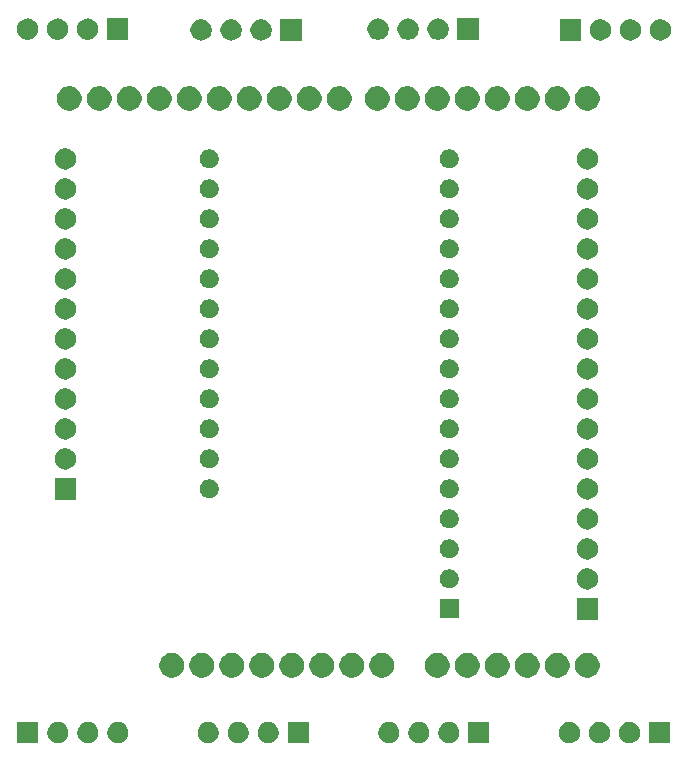
<source format=gbr>
G04 #@! TF.GenerationSoftware,KiCad,Pcbnew,5.1.5-52549c5~86~ubuntu18.04.1*
G04 #@! TF.CreationDate,2020-04-24T02:07:20+10:00*
G04 #@! TF.ProjectId,prac2,70726163-322e-46b6-9963-61645f706362,rev?*
G04 #@! TF.SameCoordinates,Original*
G04 #@! TF.FileFunction,Soldermask,Top*
G04 #@! TF.FilePolarity,Negative*
%FSLAX46Y46*%
G04 Gerber Fmt 4.6, Leading zero omitted, Abs format (unit mm)*
G04 Created by KiCad (PCBNEW 5.1.5-52549c5~86~ubuntu18.04.1) date 2020-04-24 02:07:20*
%MOMM*%
%LPD*%
G04 APERTURE LIST*
%ADD10C,0.100000*%
G04 APERTURE END LIST*
D10*
G36*
X57927512Y-115753427D02*
G01*
X58076812Y-115783124D01*
X58240784Y-115851044D01*
X58388354Y-115949647D01*
X58513853Y-116075146D01*
X58612456Y-116222716D01*
X58680376Y-116386688D01*
X58715000Y-116560759D01*
X58715000Y-116738241D01*
X58680376Y-116912312D01*
X58612456Y-117076284D01*
X58513853Y-117223854D01*
X58388354Y-117349353D01*
X58240784Y-117447956D01*
X58076812Y-117515876D01*
X57927512Y-117545573D01*
X57902742Y-117550500D01*
X57725258Y-117550500D01*
X57700488Y-117545573D01*
X57551188Y-117515876D01*
X57387216Y-117447956D01*
X57239646Y-117349353D01*
X57114147Y-117223854D01*
X57015544Y-117076284D01*
X56947624Y-116912312D01*
X56913000Y-116738241D01*
X56913000Y-116560759D01*
X56947624Y-116386688D01*
X57015544Y-116222716D01*
X57114147Y-116075146D01*
X57239646Y-115949647D01*
X57387216Y-115851044D01*
X57551188Y-115783124D01*
X57700488Y-115753427D01*
X57725258Y-115748500D01*
X57902742Y-115748500D01*
X57927512Y-115753427D01*
G37*
G36*
X88505512Y-115753427D02*
G01*
X88654812Y-115783124D01*
X88818784Y-115851044D01*
X88966354Y-115949647D01*
X89091853Y-116075146D01*
X89190456Y-116222716D01*
X89258376Y-116386688D01*
X89293000Y-116560759D01*
X89293000Y-116738241D01*
X89258376Y-116912312D01*
X89190456Y-117076284D01*
X89091853Y-117223854D01*
X88966354Y-117349353D01*
X88818784Y-117447956D01*
X88654812Y-117515876D01*
X88505512Y-117545573D01*
X88480742Y-117550500D01*
X88303258Y-117550500D01*
X88278488Y-117545573D01*
X88129188Y-117515876D01*
X87965216Y-117447956D01*
X87817646Y-117349353D01*
X87692147Y-117223854D01*
X87593544Y-117076284D01*
X87525624Y-116912312D01*
X87491000Y-116738241D01*
X87491000Y-116560759D01*
X87525624Y-116386688D01*
X87593544Y-116222716D01*
X87692147Y-116075146D01*
X87817646Y-115949647D01*
X87965216Y-115851044D01*
X88129188Y-115783124D01*
X88278488Y-115753427D01*
X88303258Y-115748500D01*
X88480742Y-115748500D01*
X88505512Y-115753427D01*
G37*
G36*
X81624000Y-117550500D02*
G01*
X79822000Y-117550500D01*
X79822000Y-115748500D01*
X81624000Y-115748500D01*
X81624000Y-117550500D01*
G37*
G36*
X78296512Y-115753427D02*
G01*
X78445812Y-115783124D01*
X78609784Y-115851044D01*
X78757354Y-115949647D01*
X78882853Y-116075146D01*
X78981456Y-116222716D01*
X79049376Y-116386688D01*
X79084000Y-116560759D01*
X79084000Y-116738241D01*
X79049376Y-116912312D01*
X78981456Y-117076284D01*
X78882853Y-117223854D01*
X78757354Y-117349353D01*
X78609784Y-117447956D01*
X78445812Y-117515876D01*
X78296512Y-117545573D01*
X78271742Y-117550500D01*
X78094258Y-117550500D01*
X78069488Y-117545573D01*
X77920188Y-117515876D01*
X77756216Y-117447956D01*
X77608646Y-117349353D01*
X77483147Y-117223854D01*
X77384544Y-117076284D01*
X77316624Y-116912312D01*
X77282000Y-116738241D01*
X77282000Y-116560759D01*
X77316624Y-116386688D01*
X77384544Y-116222716D01*
X77483147Y-116075146D01*
X77608646Y-115949647D01*
X77756216Y-115851044D01*
X77920188Y-115783124D01*
X78069488Y-115753427D01*
X78094258Y-115748500D01*
X78271742Y-115748500D01*
X78296512Y-115753427D01*
G37*
G36*
X75756512Y-115753427D02*
G01*
X75905812Y-115783124D01*
X76069784Y-115851044D01*
X76217354Y-115949647D01*
X76342853Y-116075146D01*
X76441456Y-116222716D01*
X76509376Y-116386688D01*
X76544000Y-116560759D01*
X76544000Y-116738241D01*
X76509376Y-116912312D01*
X76441456Y-117076284D01*
X76342853Y-117223854D01*
X76217354Y-117349353D01*
X76069784Y-117447956D01*
X75905812Y-117515876D01*
X75756512Y-117545573D01*
X75731742Y-117550500D01*
X75554258Y-117550500D01*
X75529488Y-117545573D01*
X75380188Y-117515876D01*
X75216216Y-117447956D01*
X75068646Y-117349353D01*
X74943147Y-117223854D01*
X74844544Y-117076284D01*
X74776624Y-116912312D01*
X74742000Y-116738241D01*
X74742000Y-116560759D01*
X74776624Y-116386688D01*
X74844544Y-116222716D01*
X74943147Y-116075146D01*
X75068646Y-115949647D01*
X75216216Y-115851044D01*
X75380188Y-115783124D01*
X75529488Y-115753427D01*
X75554258Y-115748500D01*
X75731742Y-115748500D01*
X75756512Y-115753427D01*
G37*
G36*
X73216512Y-115753427D02*
G01*
X73365812Y-115783124D01*
X73529784Y-115851044D01*
X73677354Y-115949647D01*
X73802853Y-116075146D01*
X73901456Y-116222716D01*
X73969376Y-116386688D01*
X74004000Y-116560759D01*
X74004000Y-116738241D01*
X73969376Y-116912312D01*
X73901456Y-117076284D01*
X73802853Y-117223854D01*
X73677354Y-117349353D01*
X73529784Y-117447956D01*
X73365812Y-117515876D01*
X73216512Y-117545573D01*
X73191742Y-117550500D01*
X73014258Y-117550500D01*
X72989488Y-117545573D01*
X72840188Y-117515876D01*
X72676216Y-117447956D01*
X72528646Y-117349353D01*
X72403147Y-117223854D01*
X72304544Y-117076284D01*
X72236624Y-116912312D01*
X72202000Y-116738241D01*
X72202000Y-116560759D01*
X72236624Y-116386688D01*
X72304544Y-116222716D01*
X72403147Y-116075146D01*
X72528646Y-115949647D01*
X72676216Y-115851044D01*
X72840188Y-115783124D01*
X72989488Y-115753427D01*
X73014258Y-115748500D01*
X73191742Y-115748500D01*
X73216512Y-115753427D01*
G37*
G36*
X96913000Y-117550500D02*
G01*
X95111000Y-117550500D01*
X95111000Y-115748500D01*
X96913000Y-115748500D01*
X96913000Y-117550500D01*
G37*
G36*
X91045512Y-115753427D02*
G01*
X91194812Y-115783124D01*
X91358784Y-115851044D01*
X91506354Y-115949647D01*
X91631853Y-116075146D01*
X91730456Y-116222716D01*
X91798376Y-116386688D01*
X91833000Y-116560759D01*
X91833000Y-116738241D01*
X91798376Y-116912312D01*
X91730456Y-117076284D01*
X91631853Y-117223854D01*
X91506354Y-117349353D01*
X91358784Y-117447956D01*
X91194812Y-117515876D01*
X91045512Y-117545573D01*
X91020742Y-117550500D01*
X90843258Y-117550500D01*
X90818488Y-117545573D01*
X90669188Y-117515876D01*
X90505216Y-117447956D01*
X90357646Y-117349353D01*
X90232147Y-117223854D01*
X90133544Y-117076284D01*
X90065624Y-116912312D01*
X90031000Y-116738241D01*
X90031000Y-116560759D01*
X90065624Y-116386688D01*
X90133544Y-116222716D01*
X90232147Y-116075146D01*
X90357646Y-115949647D01*
X90505216Y-115851044D01*
X90669188Y-115783124D01*
X90818488Y-115753427D01*
X90843258Y-115748500D01*
X91020742Y-115748500D01*
X91045512Y-115753427D01*
G37*
G36*
X93585512Y-115753427D02*
G01*
X93734812Y-115783124D01*
X93898784Y-115851044D01*
X94046354Y-115949647D01*
X94171853Y-116075146D01*
X94270456Y-116222716D01*
X94338376Y-116386688D01*
X94373000Y-116560759D01*
X94373000Y-116738241D01*
X94338376Y-116912312D01*
X94270456Y-117076284D01*
X94171853Y-117223854D01*
X94046354Y-117349353D01*
X93898784Y-117447956D01*
X93734812Y-117515876D01*
X93585512Y-117545573D01*
X93560742Y-117550500D01*
X93383258Y-117550500D01*
X93358488Y-117545573D01*
X93209188Y-117515876D01*
X93045216Y-117447956D01*
X92897646Y-117349353D01*
X92772147Y-117223854D01*
X92673544Y-117076284D01*
X92605624Y-116912312D01*
X92571000Y-116738241D01*
X92571000Y-116560759D01*
X92605624Y-116386688D01*
X92673544Y-116222716D01*
X92772147Y-116075146D01*
X92897646Y-115949647D01*
X93045216Y-115851044D01*
X93209188Y-115783124D01*
X93358488Y-115753427D01*
X93383258Y-115748500D01*
X93560742Y-115748500D01*
X93585512Y-115753427D01*
G37*
G36*
X45198512Y-115753427D02*
G01*
X45347812Y-115783124D01*
X45511784Y-115851044D01*
X45659354Y-115949647D01*
X45784853Y-116075146D01*
X45883456Y-116222716D01*
X45951376Y-116386688D01*
X45986000Y-116560759D01*
X45986000Y-116738241D01*
X45951376Y-116912312D01*
X45883456Y-117076284D01*
X45784853Y-117223854D01*
X45659354Y-117349353D01*
X45511784Y-117447956D01*
X45347812Y-117515876D01*
X45198512Y-117545573D01*
X45173742Y-117550500D01*
X44996258Y-117550500D01*
X44971488Y-117545573D01*
X44822188Y-117515876D01*
X44658216Y-117447956D01*
X44510646Y-117349353D01*
X44385147Y-117223854D01*
X44286544Y-117076284D01*
X44218624Y-116912312D01*
X44184000Y-116738241D01*
X44184000Y-116560759D01*
X44218624Y-116386688D01*
X44286544Y-116222716D01*
X44385147Y-116075146D01*
X44510646Y-115949647D01*
X44658216Y-115851044D01*
X44822188Y-115783124D01*
X44971488Y-115753427D01*
X44996258Y-115748500D01*
X45173742Y-115748500D01*
X45198512Y-115753427D01*
G37*
G36*
X43446000Y-117550500D02*
G01*
X41644000Y-117550500D01*
X41644000Y-115748500D01*
X43446000Y-115748500D01*
X43446000Y-117550500D01*
G37*
G36*
X60467512Y-115753427D02*
G01*
X60616812Y-115783124D01*
X60780784Y-115851044D01*
X60928354Y-115949647D01*
X61053853Y-116075146D01*
X61152456Y-116222716D01*
X61220376Y-116386688D01*
X61255000Y-116560759D01*
X61255000Y-116738241D01*
X61220376Y-116912312D01*
X61152456Y-117076284D01*
X61053853Y-117223854D01*
X60928354Y-117349353D01*
X60780784Y-117447956D01*
X60616812Y-117515876D01*
X60467512Y-117545573D01*
X60442742Y-117550500D01*
X60265258Y-117550500D01*
X60240488Y-117545573D01*
X60091188Y-117515876D01*
X59927216Y-117447956D01*
X59779646Y-117349353D01*
X59654147Y-117223854D01*
X59555544Y-117076284D01*
X59487624Y-116912312D01*
X59453000Y-116738241D01*
X59453000Y-116560759D01*
X59487624Y-116386688D01*
X59555544Y-116222716D01*
X59654147Y-116075146D01*
X59779646Y-115949647D01*
X59927216Y-115851044D01*
X60091188Y-115783124D01*
X60240488Y-115753427D01*
X60265258Y-115748500D01*
X60442742Y-115748500D01*
X60467512Y-115753427D01*
G37*
G36*
X63007512Y-115753427D02*
G01*
X63156812Y-115783124D01*
X63320784Y-115851044D01*
X63468354Y-115949647D01*
X63593853Y-116075146D01*
X63692456Y-116222716D01*
X63760376Y-116386688D01*
X63795000Y-116560759D01*
X63795000Y-116738241D01*
X63760376Y-116912312D01*
X63692456Y-117076284D01*
X63593853Y-117223854D01*
X63468354Y-117349353D01*
X63320784Y-117447956D01*
X63156812Y-117515876D01*
X63007512Y-117545573D01*
X62982742Y-117550500D01*
X62805258Y-117550500D01*
X62780488Y-117545573D01*
X62631188Y-117515876D01*
X62467216Y-117447956D01*
X62319646Y-117349353D01*
X62194147Y-117223854D01*
X62095544Y-117076284D01*
X62027624Y-116912312D01*
X61993000Y-116738241D01*
X61993000Y-116560759D01*
X62027624Y-116386688D01*
X62095544Y-116222716D01*
X62194147Y-116075146D01*
X62319646Y-115949647D01*
X62467216Y-115851044D01*
X62631188Y-115783124D01*
X62780488Y-115753427D01*
X62805258Y-115748500D01*
X62982742Y-115748500D01*
X63007512Y-115753427D01*
G37*
G36*
X50278512Y-115753427D02*
G01*
X50427812Y-115783124D01*
X50591784Y-115851044D01*
X50739354Y-115949647D01*
X50864853Y-116075146D01*
X50963456Y-116222716D01*
X51031376Y-116386688D01*
X51066000Y-116560759D01*
X51066000Y-116738241D01*
X51031376Y-116912312D01*
X50963456Y-117076284D01*
X50864853Y-117223854D01*
X50739354Y-117349353D01*
X50591784Y-117447956D01*
X50427812Y-117515876D01*
X50278512Y-117545573D01*
X50253742Y-117550500D01*
X50076258Y-117550500D01*
X50051488Y-117545573D01*
X49902188Y-117515876D01*
X49738216Y-117447956D01*
X49590646Y-117349353D01*
X49465147Y-117223854D01*
X49366544Y-117076284D01*
X49298624Y-116912312D01*
X49264000Y-116738241D01*
X49264000Y-116560759D01*
X49298624Y-116386688D01*
X49366544Y-116222716D01*
X49465147Y-116075146D01*
X49590646Y-115949647D01*
X49738216Y-115851044D01*
X49902188Y-115783124D01*
X50051488Y-115753427D01*
X50076258Y-115748500D01*
X50253742Y-115748500D01*
X50278512Y-115753427D01*
G37*
G36*
X47738512Y-115753427D02*
G01*
X47887812Y-115783124D01*
X48051784Y-115851044D01*
X48199354Y-115949647D01*
X48324853Y-116075146D01*
X48423456Y-116222716D01*
X48491376Y-116386688D01*
X48526000Y-116560759D01*
X48526000Y-116738241D01*
X48491376Y-116912312D01*
X48423456Y-117076284D01*
X48324853Y-117223854D01*
X48199354Y-117349353D01*
X48051784Y-117447956D01*
X47887812Y-117515876D01*
X47738512Y-117545573D01*
X47713742Y-117550500D01*
X47536258Y-117550500D01*
X47511488Y-117545573D01*
X47362188Y-117515876D01*
X47198216Y-117447956D01*
X47050646Y-117349353D01*
X46925147Y-117223854D01*
X46826544Y-117076284D01*
X46758624Y-116912312D01*
X46724000Y-116738241D01*
X46724000Y-116560759D01*
X46758624Y-116386688D01*
X46826544Y-116222716D01*
X46925147Y-116075146D01*
X47050646Y-115949647D01*
X47198216Y-115851044D01*
X47362188Y-115783124D01*
X47511488Y-115753427D01*
X47536258Y-115748500D01*
X47713742Y-115748500D01*
X47738512Y-115753427D01*
G37*
G36*
X66335000Y-117550500D02*
G01*
X64533000Y-117550500D01*
X64533000Y-115748500D01*
X66335000Y-115748500D01*
X66335000Y-117550500D01*
G37*
G36*
X77522564Y-109947389D02*
G01*
X77713833Y-110026615D01*
X77713835Y-110026616D01*
X77885973Y-110141635D01*
X78032365Y-110288027D01*
X78147385Y-110460167D01*
X78226611Y-110651436D01*
X78267000Y-110854484D01*
X78267000Y-111061516D01*
X78226611Y-111264564D01*
X78147385Y-111455833D01*
X78147384Y-111455835D01*
X78032365Y-111627973D01*
X77885973Y-111774365D01*
X77713835Y-111889384D01*
X77713834Y-111889385D01*
X77713833Y-111889385D01*
X77522564Y-111968611D01*
X77319516Y-112009000D01*
X77112484Y-112009000D01*
X76909436Y-111968611D01*
X76718167Y-111889385D01*
X76718166Y-111889385D01*
X76718165Y-111889384D01*
X76546027Y-111774365D01*
X76399635Y-111627973D01*
X76284616Y-111455835D01*
X76284615Y-111455833D01*
X76205389Y-111264564D01*
X76165000Y-111061516D01*
X76165000Y-110854484D01*
X76205389Y-110651436D01*
X76284615Y-110460167D01*
X76399635Y-110288027D01*
X76546027Y-110141635D01*
X76718165Y-110026616D01*
X76718167Y-110026615D01*
X76909436Y-109947389D01*
X77112484Y-109907000D01*
X77319516Y-109907000D01*
X77522564Y-109947389D01*
G37*
G36*
X90222564Y-109947389D02*
G01*
X90413833Y-110026615D01*
X90413835Y-110026616D01*
X90585973Y-110141635D01*
X90732365Y-110288027D01*
X90847385Y-110460167D01*
X90926611Y-110651436D01*
X90967000Y-110854484D01*
X90967000Y-111061516D01*
X90926611Y-111264564D01*
X90847385Y-111455833D01*
X90847384Y-111455835D01*
X90732365Y-111627973D01*
X90585973Y-111774365D01*
X90413835Y-111889384D01*
X90413834Y-111889385D01*
X90413833Y-111889385D01*
X90222564Y-111968611D01*
X90019516Y-112009000D01*
X89812484Y-112009000D01*
X89609436Y-111968611D01*
X89418167Y-111889385D01*
X89418166Y-111889385D01*
X89418165Y-111889384D01*
X89246027Y-111774365D01*
X89099635Y-111627973D01*
X88984616Y-111455835D01*
X88984615Y-111455833D01*
X88905389Y-111264564D01*
X88865000Y-111061516D01*
X88865000Y-110854484D01*
X88905389Y-110651436D01*
X88984615Y-110460167D01*
X89099635Y-110288027D01*
X89246027Y-110141635D01*
X89418165Y-110026616D01*
X89418167Y-110026615D01*
X89609436Y-109947389D01*
X89812484Y-109907000D01*
X90019516Y-109907000D01*
X90222564Y-109947389D01*
G37*
G36*
X87682564Y-109947389D02*
G01*
X87873833Y-110026615D01*
X87873835Y-110026616D01*
X88045973Y-110141635D01*
X88192365Y-110288027D01*
X88307385Y-110460167D01*
X88386611Y-110651436D01*
X88427000Y-110854484D01*
X88427000Y-111061516D01*
X88386611Y-111264564D01*
X88307385Y-111455833D01*
X88307384Y-111455835D01*
X88192365Y-111627973D01*
X88045973Y-111774365D01*
X87873835Y-111889384D01*
X87873834Y-111889385D01*
X87873833Y-111889385D01*
X87682564Y-111968611D01*
X87479516Y-112009000D01*
X87272484Y-112009000D01*
X87069436Y-111968611D01*
X86878167Y-111889385D01*
X86878166Y-111889385D01*
X86878165Y-111889384D01*
X86706027Y-111774365D01*
X86559635Y-111627973D01*
X86444616Y-111455835D01*
X86444615Y-111455833D01*
X86365389Y-111264564D01*
X86325000Y-111061516D01*
X86325000Y-110854484D01*
X86365389Y-110651436D01*
X86444615Y-110460167D01*
X86559635Y-110288027D01*
X86706027Y-110141635D01*
X86878165Y-110026616D01*
X86878167Y-110026615D01*
X87069436Y-109947389D01*
X87272484Y-109907000D01*
X87479516Y-109907000D01*
X87682564Y-109947389D01*
G37*
G36*
X85142564Y-109947389D02*
G01*
X85333833Y-110026615D01*
X85333835Y-110026616D01*
X85505973Y-110141635D01*
X85652365Y-110288027D01*
X85767385Y-110460167D01*
X85846611Y-110651436D01*
X85887000Y-110854484D01*
X85887000Y-111061516D01*
X85846611Y-111264564D01*
X85767385Y-111455833D01*
X85767384Y-111455835D01*
X85652365Y-111627973D01*
X85505973Y-111774365D01*
X85333835Y-111889384D01*
X85333834Y-111889385D01*
X85333833Y-111889385D01*
X85142564Y-111968611D01*
X84939516Y-112009000D01*
X84732484Y-112009000D01*
X84529436Y-111968611D01*
X84338167Y-111889385D01*
X84338166Y-111889385D01*
X84338165Y-111889384D01*
X84166027Y-111774365D01*
X84019635Y-111627973D01*
X83904616Y-111455835D01*
X83904615Y-111455833D01*
X83825389Y-111264564D01*
X83785000Y-111061516D01*
X83785000Y-110854484D01*
X83825389Y-110651436D01*
X83904615Y-110460167D01*
X84019635Y-110288027D01*
X84166027Y-110141635D01*
X84338165Y-110026616D01*
X84338167Y-110026615D01*
X84529436Y-109947389D01*
X84732484Y-109907000D01*
X84939516Y-109907000D01*
X85142564Y-109947389D01*
G37*
G36*
X82602564Y-109947389D02*
G01*
X82793833Y-110026615D01*
X82793835Y-110026616D01*
X82965973Y-110141635D01*
X83112365Y-110288027D01*
X83227385Y-110460167D01*
X83306611Y-110651436D01*
X83347000Y-110854484D01*
X83347000Y-111061516D01*
X83306611Y-111264564D01*
X83227385Y-111455833D01*
X83227384Y-111455835D01*
X83112365Y-111627973D01*
X82965973Y-111774365D01*
X82793835Y-111889384D01*
X82793834Y-111889385D01*
X82793833Y-111889385D01*
X82602564Y-111968611D01*
X82399516Y-112009000D01*
X82192484Y-112009000D01*
X81989436Y-111968611D01*
X81798167Y-111889385D01*
X81798166Y-111889385D01*
X81798165Y-111889384D01*
X81626027Y-111774365D01*
X81479635Y-111627973D01*
X81364616Y-111455835D01*
X81364615Y-111455833D01*
X81285389Y-111264564D01*
X81245000Y-111061516D01*
X81245000Y-110854484D01*
X81285389Y-110651436D01*
X81364615Y-110460167D01*
X81479635Y-110288027D01*
X81626027Y-110141635D01*
X81798165Y-110026616D01*
X81798167Y-110026615D01*
X81989436Y-109947389D01*
X82192484Y-109907000D01*
X82399516Y-109907000D01*
X82602564Y-109947389D01*
G37*
G36*
X80062564Y-109947389D02*
G01*
X80253833Y-110026615D01*
X80253835Y-110026616D01*
X80425973Y-110141635D01*
X80572365Y-110288027D01*
X80687385Y-110460167D01*
X80766611Y-110651436D01*
X80807000Y-110854484D01*
X80807000Y-111061516D01*
X80766611Y-111264564D01*
X80687385Y-111455833D01*
X80687384Y-111455835D01*
X80572365Y-111627973D01*
X80425973Y-111774365D01*
X80253835Y-111889384D01*
X80253834Y-111889385D01*
X80253833Y-111889385D01*
X80062564Y-111968611D01*
X79859516Y-112009000D01*
X79652484Y-112009000D01*
X79449436Y-111968611D01*
X79258167Y-111889385D01*
X79258166Y-111889385D01*
X79258165Y-111889384D01*
X79086027Y-111774365D01*
X78939635Y-111627973D01*
X78824616Y-111455835D01*
X78824615Y-111455833D01*
X78745389Y-111264564D01*
X78705000Y-111061516D01*
X78705000Y-110854484D01*
X78745389Y-110651436D01*
X78824615Y-110460167D01*
X78939635Y-110288027D01*
X79086027Y-110141635D01*
X79258165Y-110026616D01*
X79258167Y-110026615D01*
X79449436Y-109947389D01*
X79652484Y-109907000D01*
X79859516Y-109907000D01*
X80062564Y-109947389D01*
G37*
G36*
X60122564Y-109947389D02*
G01*
X60313833Y-110026615D01*
X60313835Y-110026616D01*
X60485973Y-110141635D01*
X60632365Y-110288027D01*
X60747385Y-110460167D01*
X60826611Y-110651436D01*
X60867000Y-110854484D01*
X60867000Y-111061516D01*
X60826611Y-111264564D01*
X60747385Y-111455833D01*
X60747384Y-111455835D01*
X60632365Y-111627973D01*
X60485973Y-111774365D01*
X60313835Y-111889384D01*
X60313834Y-111889385D01*
X60313833Y-111889385D01*
X60122564Y-111968611D01*
X59919516Y-112009000D01*
X59712484Y-112009000D01*
X59509436Y-111968611D01*
X59318167Y-111889385D01*
X59318166Y-111889385D01*
X59318165Y-111889384D01*
X59146027Y-111774365D01*
X58999635Y-111627973D01*
X58884616Y-111455835D01*
X58884615Y-111455833D01*
X58805389Y-111264564D01*
X58765000Y-111061516D01*
X58765000Y-110854484D01*
X58805389Y-110651436D01*
X58884615Y-110460167D01*
X58999635Y-110288027D01*
X59146027Y-110141635D01*
X59318165Y-110026616D01*
X59318167Y-110026615D01*
X59509436Y-109947389D01*
X59712484Y-109907000D01*
X59919516Y-109907000D01*
X60122564Y-109947389D01*
G37*
G36*
X67742564Y-109947389D02*
G01*
X67933833Y-110026615D01*
X67933835Y-110026616D01*
X68105973Y-110141635D01*
X68252365Y-110288027D01*
X68367385Y-110460167D01*
X68446611Y-110651436D01*
X68487000Y-110854484D01*
X68487000Y-111061516D01*
X68446611Y-111264564D01*
X68367385Y-111455833D01*
X68367384Y-111455835D01*
X68252365Y-111627973D01*
X68105973Y-111774365D01*
X67933835Y-111889384D01*
X67933834Y-111889385D01*
X67933833Y-111889385D01*
X67742564Y-111968611D01*
X67539516Y-112009000D01*
X67332484Y-112009000D01*
X67129436Y-111968611D01*
X66938167Y-111889385D01*
X66938166Y-111889385D01*
X66938165Y-111889384D01*
X66766027Y-111774365D01*
X66619635Y-111627973D01*
X66504616Y-111455835D01*
X66504615Y-111455833D01*
X66425389Y-111264564D01*
X66385000Y-111061516D01*
X66385000Y-110854484D01*
X66425389Y-110651436D01*
X66504615Y-110460167D01*
X66619635Y-110288027D01*
X66766027Y-110141635D01*
X66938165Y-110026616D01*
X66938167Y-110026615D01*
X67129436Y-109947389D01*
X67332484Y-109907000D01*
X67539516Y-109907000D01*
X67742564Y-109947389D01*
G37*
G36*
X72822564Y-109947389D02*
G01*
X73013833Y-110026615D01*
X73013835Y-110026616D01*
X73185973Y-110141635D01*
X73332365Y-110288027D01*
X73447385Y-110460167D01*
X73526611Y-110651436D01*
X73567000Y-110854484D01*
X73567000Y-111061516D01*
X73526611Y-111264564D01*
X73447385Y-111455833D01*
X73447384Y-111455835D01*
X73332365Y-111627973D01*
X73185973Y-111774365D01*
X73013835Y-111889384D01*
X73013834Y-111889385D01*
X73013833Y-111889385D01*
X72822564Y-111968611D01*
X72619516Y-112009000D01*
X72412484Y-112009000D01*
X72209436Y-111968611D01*
X72018167Y-111889385D01*
X72018166Y-111889385D01*
X72018165Y-111889384D01*
X71846027Y-111774365D01*
X71699635Y-111627973D01*
X71584616Y-111455835D01*
X71584615Y-111455833D01*
X71505389Y-111264564D01*
X71465000Y-111061516D01*
X71465000Y-110854484D01*
X71505389Y-110651436D01*
X71584615Y-110460167D01*
X71699635Y-110288027D01*
X71846027Y-110141635D01*
X72018165Y-110026616D01*
X72018167Y-110026615D01*
X72209436Y-109947389D01*
X72412484Y-109907000D01*
X72619516Y-109907000D01*
X72822564Y-109947389D01*
G37*
G36*
X70282564Y-109947389D02*
G01*
X70473833Y-110026615D01*
X70473835Y-110026616D01*
X70645973Y-110141635D01*
X70792365Y-110288027D01*
X70907385Y-110460167D01*
X70986611Y-110651436D01*
X71027000Y-110854484D01*
X71027000Y-111061516D01*
X70986611Y-111264564D01*
X70907385Y-111455833D01*
X70907384Y-111455835D01*
X70792365Y-111627973D01*
X70645973Y-111774365D01*
X70473835Y-111889384D01*
X70473834Y-111889385D01*
X70473833Y-111889385D01*
X70282564Y-111968611D01*
X70079516Y-112009000D01*
X69872484Y-112009000D01*
X69669436Y-111968611D01*
X69478167Y-111889385D01*
X69478166Y-111889385D01*
X69478165Y-111889384D01*
X69306027Y-111774365D01*
X69159635Y-111627973D01*
X69044616Y-111455835D01*
X69044615Y-111455833D01*
X68965389Y-111264564D01*
X68925000Y-111061516D01*
X68925000Y-110854484D01*
X68965389Y-110651436D01*
X69044615Y-110460167D01*
X69159635Y-110288027D01*
X69306027Y-110141635D01*
X69478165Y-110026616D01*
X69478167Y-110026615D01*
X69669436Y-109947389D01*
X69872484Y-109907000D01*
X70079516Y-109907000D01*
X70282564Y-109947389D01*
G37*
G36*
X55042564Y-109947389D02*
G01*
X55233833Y-110026615D01*
X55233835Y-110026616D01*
X55405973Y-110141635D01*
X55552365Y-110288027D01*
X55667385Y-110460167D01*
X55746611Y-110651436D01*
X55787000Y-110854484D01*
X55787000Y-111061516D01*
X55746611Y-111264564D01*
X55667385Y-111455833D01*
X55667384Y-111455835D01*
X55552365Y-111627973D01*
X55405973Y-111774365D01*
X55233835Y-111889384D01*
X55233834Y-111889385D01*
X55233833Y-111889385D01*
X55042564Y-111968611D01*
X54839516Y-112009000D01*
X54632484Y-112009000D01*
X54429436Y-111968611D01*
X54238167Y-111889385D01*
X54238166Y-111889385D01*
X54238165Y-111889384D01*
X54066027Y-111774365D01*
X53919635Y-111627973D01*
X53804616Y-111455835D01*
X53804615Y-111455833D01*
X53725389Y-111264564D01*
X53685000Y-111061516D01*
X53685000Y-110854484D01*
X53725389Y-110651436D01*
X53804615Y-110460167D01*
X53919635Y-110288027D01*
X54066027Y-110141635D01*
X54238165Y-110026616D01*
X54238167Y-110026615D01*
X54429436Y-109947389D01*
X54632484Y-109907000D01*
X54839516Y-109907000D01*
X55042564Y-109947389D01*
G37*
G36*
X65202564Y-109947389D02*
G01*
X65393833Y-110026615D01*
X65393835Y-110026616D01*
X65565973Y-110141635D01*
X65712365Y-110288027D01*
X65827385Y-110460167D01*
X65906611Y-110651436D01*
X65947000Y-110854484D01*
X65947000Y-111061516D01*
X65906611Y-111264564D01*
X65827385Y-111455833D01*
X65827384Y-111455835D01*
X65712365Y-111627973D01*
X65565973Y-111774365D01*
X65393835Y-111889384D01*
X65393834Y-111889385D01*
X65393833Y-111889385D01*
X65202564Y-111968611D01*
X64999516Y-112009000D01*
X64792484Y-112009000D01*
X64589436Y-111968611D01*
X64398167Y-111889385D01*
X64398166Y-111889385D01*
X64398165Y-111889384D01*
X64226027Y-111774365D01*
X64079635Y-111627973D01*
X63964616Y-111455835D01*
X63964615Y-111455833D01*
X63885389Y-111264564D01*
X63845000Y-111061516D01*
X63845000Y-110854484D01*
X63885389Y-110651436D01*
X63964615Y-110460167D01*
X64079635Y-110288027D01*
X64226027Y-110141635D01*
X64398165Y-110026616D01*
X64398167Y-110026615D01*
X64589436Y-109947389D01*
X64792484Y-109907000D01*
X64999516Y-109907000D01*
X65202564Y-109947389D01*
G37*
G36*
X57582564Y-109947389D02*
G01*
X57773833Y-110026615D01*
X57773835Y-110026616D01*
X57945973Y-110141635D01*
X58092365Y-110288027D01*
X58207385Y-110460167D01*
X58286611Y-110651436D01*
X58327000Y-110854484D01*
X58327000Y-111061516D01*
X58286611Y-111264564D01*
X58207385Y-111455833D01*
X58207384Y-111455835D01*
X58092365Y-111627973D01*
X57945973Y-111774365D01*
X57773835Y-111889384D01*
X57773834Y-111889385D01*
X57773833Y-111889385D01*
X57582564Y-111968611D01*
X57379516Y-112009000D01*
X57172484Y-112009000D01*
X56969436Y-111968611D01*
X56778167Y-111889385D01*
X56778166Y-111889385D01*
X56778165Y-111889384D01*
X56606027Y-111774365D01*
X56459635Y-111627973D01*
X56344616Y-111455835D01*
X56344615Y-111455833D01*
X56265389Y-111264564D01*
X56225000Y-111061516D01*
X56225000Y-110854484D01*
X56265389Y-110651436D01*
X56344615Y-110460167D01*
X56459635Y-110288027D01*
X56606027Y-110141635D01*
X56778165Y-110026616D01*
X56778167Y-110026615D01*
X56969436Y-109947389D01*
X57172484Y-109907000D01*
X57379516Y-109907000D01*
X57582564Y-109947389D01*
G37*
G36*
X62662564Y-109947389D02*
G01*
X62853833Y-110026615D01*
X62853835Y-110026616D01*
X63025973Y-110141635D01*
X63172365Y-110288027D01*
X63287385Y-110460167D01*
X63366611Y-110651436D01*
X63407000Y-110854484D01*
X63407000Y-111061516D01*
X63366611Y-111264564D01*
X63287385Y-111455833D01*
X63287384Y-111455835D01*
X63172365Y-111627973D01*
X63025973Y-111774365D01*
X62853835Y-111889384D01*
X62853834Y-111889385D01*
X62853833Y-111889385D01*
X62662564Y-111968611D01*
X62459516Y-112009000D01*
X62252484Y-112009000D01*
X62049436Y-111968611D01*
X61858167Y-111889385D01*
X61858166Y-111889385D01*
X61858165Y-111889384D01*
X61686027Y-111774365D01*
X61539635Y-111627973D01*
X61424616Y-111455835D01*
X61424615Y-111455833D01*
X61345389Y-111264564D01*
X61305000Y-111061516D01*
X61305000Y-110854484D01*
X61345389Y-110651436D01*
X61424615Y-110460167D01*
X61539635Y-110288027D01*
X61686027Y-110141635D01*
X61858165Y-110026616D01*
X61858167Y-110026615D01*
X62049436Y-109947389D01*
X62252484Y-109907000D01*
X62459516Y-109907000D01*
X62662564Y-109947389D01*
G37*
G36*
X90817000Y-107073000D02*
G01*
X89015000Y-107073000D01*
X89015000Y-105271000D01*
X90817000Y-105271000D01*
X90817000Y-107073000D01*
G37*
G36*
X79037000Y-106977000D02*
G01*
X77427000Y-106977000D01*
X77427000Y-105367000D01*
X79037000Y-105367000D01*
X79037000Y-106977000D01*
G37*
G36*
X90029512Y-102735927D02*
G01*
X90178812Y-102765624D01*
X90342784Y-102833544D01*
X90490354Y-102932147D01*
X90615853Y-103057646D01*
X90714456Y-103205216D01*
X90782376Y-103369188D01*
X90817000Y-103543259D01*
X90817000Y-103720741D01*
X90782376Y-103894812D01*
X90714456Y-104058784D01*
X90615853Y-104206354D01*
X90490354Y-104331853D01*
X90342784Y-104430456D01*
X90178812Y-104498376D01*
X90029512Y-104528073D01*
X90004742Y-104533000D01*
X89827258Y-104533000D01*
X89802488Y-104528073D01*
X89653188Y-104498376D01*
X89489216Y-104430456D01*
X89341646Y-104331853D01*
X89216147Y-104206354D01*
X89117544Y-104058784D01*
X89049624Y-103894812D01*
X89015000Y-103720741D01*
X89015000Y-103543259D01*
X89049624Y-103369188D01*
X89117544Y-103205216D01*
X89216147Y-103057646D01*
X89341646Y-102932147D01*
X89489216Y-102833544D01*
X89653188Y-102765624D01*
X89802488Y-102735927D01*
X89827258Y-102731000D01*
X90004742Y-102731000D01*
X90029512Y-102735927D01*
G37*
G36*
X78466810Y-102857935D02*
G01*
X78613309Y-102918617D01*
X78613310Y-102918618D01*
X78745158Y-103006716D01*
X78857284Y-103118842D01*
X78857285Y-103118844D01*
X78945383Y-103250691D01*
X79006065Y-103397190D01*
X79037000Y-103552713D01*
X79037000Y-103711287D01*
X79006065Y-103866810D01*
X78945383Y-104013309D01*
X78945382Y-104013310D01*
X78857284Y-104145158D01*
X78745158Y-104257284D01*
X78678785Y-104301633D01*
X78613309Y-104345383D01*
X78466810Y-104406065D01*
X78311287Y-104437000D01*
X78152713Y-104437000D01*
X77997190Y-104406065D01*
X77850691Y-104345383D01*
X77785215Y-104301633D01*
X77718842Y-104257284D01*
X77606716Y-104145158D01*
X77518618Y-104013310D01*
X77518617Y-104013309D01*
X77457935Y-103866810D01*
X77427000Y-103711287D01*
X77427000Y-103552713D01*
X77457935Y-103397190D01*
X77518617Y-103250691D01*
X77606715Y-103118844D01*
X77606716Y-103118842D01*
X77718842Y-103006716D01*
X77850690Y-102918618D01*
X77850691Y-102918617D01*
X77997190Y-102857935D01*
X78152713Y-102827000D01*
X78311287Y-102827000D01*
X78466810Y-102857935D01*
G37*
G36*
X90029512Y-100195927D02*
G01*
X90178812Y-100225624D01*
X90342784Y-100293544D01*
X90490354Y-100392147D01*
X90615853Y-100517646D01*
X90714456Y-100665216D01*
X90782376Y-100829188D01*
X90817000Y-101003259D01*
X90817000Y-101180741D01*
X90782376Y-101354812D01*
X90714456Y-101518784D01*
X90615853Y-101666354D01*
X90490354Y-101791853D01*
X90342784Y-101890456D01*
X90178812Y-101958376D01*
X90029512Y-101988073D01*
X90004742Y-101993000D01*
X89827258Y-101993000D01*
X89802488Y-101988073D01*
X89653188Y-101958376D01*
X89489216Y-101890456D01*
X89341646Y-101791853D01*
X89216147Y-101666354D01*
X89117544Y-101518784D01*
X89049624Y-101354812D01*
X89015000Y-101180741D01*
X89015000Y-101003259D01*
X89049624Y-100829188D01*
X89117544Y-100665216D01*
X89216147Y-100517646D01*
X89341646Y-100392147D01*
X89489216Y-100293544D01*
X89653188Y-100225624D01*
X89802488Y-100195927D01*
X89827258Y-100191000D01*
X90004742Y-100191000D01*
X90029512Y-100195927D01*
G37*
G36*
X78466810Y-100317935D02*
G01*
X78613309Y-100378617D01*
X78613310Y-100378618D01*
X78745158Y-100466716D01*
X78857284Y-100578842D01*
X78857285Y-100578844D01*
X78945383Y-100710691D01*
X79006065Y-100857190D01*
X79037000Y-101012713D01*
X79037000Y-101171287D01*
X79006065Y-101326810D01*
X78945383Y-101473309D01*
X78945382Y-101473310D01*
X78857284Y-101605158D01*
X78745158Y-101717284D01*
X78678785Y-101761633D01*
X78613309Y-101805383D01*
X78466810Y-101866065D01*
X78311287Y-101897000D01*
X78152713Y-101897000D01*
X77997190Y-101866065D01*
X77850691Y-101805383D01*
X77785215Y-101761633D01*
X77718842Y-101717284D01*
X77606716Y-101605158D01*
X77518618Y-101473310D01*
X77518617Y-101473309D01*
X77457935Y-101326810D01*
X77427000Y-101171287D01*
X77427000Y-101012713D01*
X77457935Y-100857190D01*
X77518617Y-100710691D01*
X77606715Y-100578844D01*
X77606716Y-100578842D01*
X77718842Y-100466716D01*
X77850690Y-100378618D01*
X77850691Y-100378617D01*
X77997190Y-100317935D01*
X78152713Y-100287000D01*
X78311287Y-100287000D01*
X78466810Y-100317935D01*
G37*
G36*
X90029512Y-97655927D02*
G01*
X90178812Y-97685624D01*
X90342784Y-97753544D01*
X90490354Y-97852147D01*
X90615853Y-97977646D01*
X90714456Y-98125216D01*
X90782376Y-98289188D01*
X90817000Y-98463259D01*
X90817000Y-98640741D01*
X90782376Y-98814812D01*
X90714456Y-98978784D01*
X90615853Y-99126354D01*
X90490354Y-99251853D01*
X90342784Y-99350456D01*
X90178812Y-99418376D01*
X90029512Y-99448073D01*
X90004742Y-99453000D01*
X89827258Y-99453000D01*
X89802488Y-99448073D01*
X89653188Y-99418376D01*
X89489216Y-99350456D01*
X89341646Y-99251853D01*
X89216147Y-99126354D01*
X89117544Y-98978784D01*
X89049624Y-98814812D01*
X89015000Y-98640741D01*
X89015000Y-98463259D01*
X89049624Y-98289188D01*
X89117544Y-98125216D01*
X89216147Y-97977646D01*
X89341646Y-97852147D01*
X89489216Y-97753544D01*
X89653188Y-97685624D01*
X89802488Y-97655927D01*
X89827258Y-97651000D01*
X90004742Y-97651000D01*
X90029512Y-97655927D01*
G37*
G36*
X78466810Y-97777935D02*
G01*
X78613309Y-97838617D01*
X78613310Y-97838618D01*
X78745158Y-97926716D01*
X78857284Y-98038842D01*
X78857285Y-98038844D01*
X78945383Y-98170691D01*
X79006065Y-98317190D01*
X79037000Y-98472713D01*
X79037000Y-98631287D01*
X79006065Y-98786810D01*
X78945383Y-98933309D01*
X78945382Y-98933310D01*
X78857284Y-99065158D01*
X78745158Y-99177284D01*
X78678785Y-99221633D01*
X78613309Y-99265383D01*
X78466810Y-99326065D01*
X78311287Y-99357000D01*
X78152713Y-99357000D01*
X77997190Y-99326065D01*
X77850691Y-99265383D01*
X77785215Y-99221633D01*
X77718842Y-99177284D01*
X77606716Y-99065158D01*
X77518618Y-98933310D01*
X77518617Y-98933309D01*
X77457935Y-98786810D01*
X77427000Y-98631287D01*
X77427000Y-98472713D01*
X77457935Y-98317190D01*
X77518617Y-98170691D01*
X77606715Y-98038844D01*
X77606716Y-98038842D01*
X77718842Y-97926716D01*
X77850690Y-97838618D01*
X77850691Y-97838617D01*
X77997190Y-97777935D01*
X78152713Y-97747000D01*
X78311287Y-97747000D01*
X78466810Y-97777935D01*
G37*
G36*
X90029512Y-95115927D02*
G01*
X90178812Y-95145624D01*
X90342784Y-95213544D01*
X90490354Y-95312147D01*
X90615853Y-95437646D01*
X90714456Y-95585216D01*
X90782376Y-95749188D01*
X90817000Y-95923259D01*
X90817000Y-96100741D01*
X90782376Y-96274812D01*
X90714456Y-96438784D01*
X90615853Y-96586354D01*
X90490354Y-96711853D01*
X90342784Y-96810456D01*
X90178812Y-96878376D01*
X90029512Y-96908073D01*
X90004742Y-96913000D01*
X89827258Y-96913000D01*
X89802488Y-96908073D01*
X89653188Y-96878376D01*
X89489216Y-96810456D01*
X89341646Y-96711853D01*
X89216147Y-96586354D01*
X89117544Y-96438784D01*
X89049624Y-96274812D01*
X89015000Y-96100741D01*
X89015000Y-95923259D01*
X89049624Y-95749188D01*
X89117544Y-95585216D01*
X89216147Y-95437646D01*
X89341646Y-95312147D01*
X89489216Y-95213544D01*
X89653188Y-95145624D01*
X89802488Y-95115927D01*
X89827258Y-95111000D01*
X90004742Y-95111000D01*
X90029512Y-95115927D01*
G37*
G36*
X46621000Y-96913000D02*
G01*
X44819000Y-96913000D01*
X44819000Y-95111000D01*
X46621000Y-95111000D01*
X46621000Y-96913000D01*
G37*
G36*
X58146810Y-95237935D02*
G01*
X58293309Y-95298617D01*
X58293310Y-95298618D01*
X58425158Y-95386716D01*
X58537284Y-95498842D01*
X58537285Y-95498844D01*
X58625383Y-95630691D01*
X58686065Y-95777190D01*
X58717000Y-95932713D01*
X58717000Y-96091287D01*
X58686065Y-96246810D01*
X58625383Y-96393309D01*
X58625382Y-96393310D01*
X58537284Y-96525158D01*
X58425158Y-96637284D01*
X58358785Y-96681633D01*
X58293309Y-96725383D01*
X58146810Y-96786065D01*
X57991287Y-96817000D01*
X57832713Y-96817000D01*
X57677190Y-96786065D01*
X57530691Y-96725383D01*
X57465215Y-96681633D01*
X57398842Y-96637284D01*
X57286716Y-96525158D01*
X57198618Y-96393310D01*
X57198617Y-96393309D01*
X57137935Y-96246810D01*
X57107000Y-96091287D01*
X57107000Y-95932713D01*
X57137935Y-95777190D01*
X57198617Y-95630691D01*
X57286715Y-95498844D01*
X57286716Y-95498842D01*
X57398842Y-95386716D01*
X57530690Y-95298618D01*
X57530691Y-95298617D01*
X57677190Y-95237935D01*
X57832713Y-95207000D01*
X57991287Y-95207000D01*
X58146810Y-95237935D01*
G37*
G36*
X78466810Y-95237935D02*
G01*
X78613309Y-95298617D01*
X78613310Y-95298618D01*
X78745158Y-95386716D01*
X78857284Y-95498842D01*
X78857285Y-95498844D01*
X78945383Y-95630691D01*
X79006065Y-95777190D01*
X79037000Y-95932713D01*
X79037000Y-96091287D01*
X79006065Y-96246810D01*
X78945383Y-96393309D01*
X78945382Y-96393310D01*
X78857284Y-96525158D01*
X78745158Y-96637284D01*
X78678785Y-96681633D01*
X78613309Y-96725383D01*
X78466810Y-96786065D01*
X78311287Y-96817000D01*
X78152713Y-96817000D01*
X77997190Y-96786065D01*
X77850691Y-96725383D01*
X77785215Y-96681633D01*
X77718842Y-96637284D01*
X77606716Y-96525158D01*
X77518618Y-96393310D01*
X77518617Y-96393309D01*
X77457935Y-96246810D01*
X77427000Y-96091287D01*
X77427000Y-95932713D01*
X77457935Y-95777190D01*
X77518617Y-95630691D01*
X77606715Y-95498844D01*
X77606716Y-95498842D01*
X77718842Y-95386716D01*
X77850690Y-95298618D01*
X77850691Y-95298617D01*
X77997190Y-95237935D01*
X78152713Y-95207000D01*
X78311287Y-95207000D01*
X78466810Y-95237935D01*
G37*
G36*
X90029512Y-92575927D02*
G01*
X90178812Y-92605624D01*
X90342784Y-92673544D01*
X90490354Y-92772147D01*
X90615853Y-92897646D01*
X90714456Y-93045216D01*
X90782376Y-93209188D01*
X90817000Y-93383259D01*
X90817000Y-93560741D01*
X90782376Y-93734812D01*
X90714456Y-93898784D01*
X90615853Y-94046354D01*
X90490354Y-94171853D01*
X90342784Y-94270456D01*
X90178812Y-94338376D01*
X90029512Y-94368073D01*
X90004742Y-94373000D01*
X89827258Y-94373000D01*
X89802488Y-94368073D01*
X89653188Y-94338376D01*
X89489216Y-94270456D01*
X89341646Y-94171853D01*
X89216147Y-94046354D01*
X89117544Y-93898784D01*
X89049624Y-93734812D01*
X89015000Y-93560741D01*
X89015000Y-93383259D01*
X89049624Y-93209188D01*
X89117544Y-93045216D01*
X89216147Y-92897646D01*
X89341646Y-92772147D01*
X89489216Y-92673544D01*
X89653188Y-92605624D01*
X89802488Y-92575927D01*
X89827258Y-92571000D01*
X90004742Y-92571000D01*
X90029512Y-92575927D01*
G37*
G36*
X45833512Y-92575927D02*
G01*
X45982812Y-92605624D01*
X46146784Y-92673544D01*
X46294354Y-92772147D01*
X46419853Y-92897646D01*
X46518456Y-93045216D01*
X46586376Y-93209188D01*
X46621000Y-93383259D01*
X46621000Y-93560741D01*
X46586376Y-93734812D01*
X46518456Y-93898784D01*
X46419853Y-94046354D01*
X46294354Y-94171853D01*
X46146784Y-94270456D01*
X45982812Y-94338376D01*
X45833512Y-94368073D01*
X45808742Y-94373000D01*
X45631258Y-94373000D01*
X45606488Y-94368073D01*
X45457188Y-94338376D01*
X45293216Y-94270456D01*
X45145646Y-94171853D01*
X45020147Y-94046354D01*
X44921544Y-93898784D01*
X44853624Y-93734812D01*
X44819000Y-93560741D01*
X44819000Y-93383259D01*
X44853624Y-93209188D01*
X44921544Y-93045216D01*
X45020147Y-92897646D01*
X45145646Y-92772147D01*
X45293216Y-92673544D01*
X45457188Y-92605624D01*
X45606488Y-92575927D01*
X45631258Y-92571000D01*
X45808742Y-92571000D01*
X45833512Y-92575927D01*
G37*
G36*
X78466810Y-92697935D02*
G01*
X78613309Y-92758617D01*
X78613310Y-92758618D01*
X78745158Y-92846716D01*
X78857284Y-92958842D01*
X78857285Y-92958844D01*
X78945383Y-93090691D01*
X79006065Y-93237190D01*
X79037000Y-93392713D01*
X79037000Y-93551287D01*
X79006065Y-93706810D01*
X78945383Y-93853309D01*
X78945382Y-93853310D01*
X78857284Y-93985158D01*
X78745158Y-94097284D01*
X78678785Y-94141633D01*
X78613309Y-94185383D01*
X78466810Y-94246065D01*
X78311287Y-94277000D01*
X78152713Y-94277000D01*
X77997190Y-94246065D01*
X77850691Y-94185383D01*
X77785215Y-94141633D01*
X77718842Y-94097284D01*
X77606716Y-93985158D01*
X77518618Y-93853310D01*
X77518617Y-93853309D01*
X77457935Y-93706810D01*
X77427000Y-93551287D01*
X77427000Y-93392713D01*
X77457935Y-93237190D01*
X77518617Y-93090691D01*
X77606715Y-92958844D01*
X77606716Y-92958842D01*
X77718842Y-92846716D01*
X77850690Y-92758618D01*
X77850691Y-92758617D01*
X77997190Y-92697935D01*
X78152713Y-92667000D01*
X78311287Y-92667000D01*
X78466810Y-92697935D01*
G37*
G36*
X58146810Y-92697935D02*
G01*
X58293309Y-92758617D01*
X58293310Y-92758618D01*
X58425158Y-92846716D01*
X58537284Y-92958842D01*
X58537285Y-92958844D01*
X58625383Y-93090691D01*
X58686065Y-93237190D01*
X58717000Y-93392713D01*
X58717000Y-93551287D01*
X58686065Y-93706810D01*
X58625383Y-93853309D01*
X58625382Y-93853310D01*
X58537284Y-93985158D01*
X58425158Y-94097284D01*
X58358785Y-94141633D01*
X58293309Y-94185383D01*
X58146810Y-94246065D01*
X57991287Y-94277000D01*
X57832713Y-94277000D01*
X57677190Y-94246065D01*
X57530691Y-94185383D01*
X57465215Y-94141633D01*
X57398842Y-94097284D01*
X57286716Y-93985158D01*
X57198618Y-93853310D01*
X57198617Y-93853309D01*
X57137935Y-93706810D01*
X57107000Y-93551287D01*
X57107000Y-93392713D01*
X57137935Y-93237190D01*
X57198617Y-93090691D01*
X57286715Y-92958844D01*
X57286716Y-92958842D01*
X57398842Y-92846716D01*
X57530690Y-92758618D01*
X57530691Y-92758617D01*
X57677190Y-92697935D01*
X57832713Y-92667000D01*
X57991287Y-92667000D01*
X58146810Y-92697935D01*
G37*
G36*
X45833512Y-90035927D02*
G01*
X45982812Y-90065624D01*
X46146784Y-90133544D01*
X46294354Y-90232147D01*
X46419853Y-90357646D01*
X46518456Y-90505216D01*
X46586376Y-90669188D01*
X46621000Y-90843259D01*
X46621000Y-91020741D01*
X46586376Y-91194812D01*
X46518456Y-91358784D01*
X46419853Y-91506354D01*
X46294354Y-91631853D01*
X46146784Y-91730456D01*
X45982812Y-91798376D01*
X45833512Y-91828073D01*
X45808742Y-91833000D01*
X45631258Y-91833000D01*
X45606488Y-91828073D01*
X45457188Y-91798376D01*
X45293216Y-91730456D01*
X45145646Y-91631853D01*
X45020147Y-91506354D01*
X44921544Y-91358784D01*
X44853624Y-91194812D01*
X44819000Y-91020741D01*
X44819000Y-90843259D01*
X44853624Y-90669188D01*
X44921544Y-90505216D01*
X45020147Y-90357646D01*
X45145646Y-90232147D01*
X45293216Y-90133544D01*
X45457188Y-90065624D01*
X45606488Y-90035927D01*
X45631258Y-90031000D01*
X45808742Y-90031000D01*
X45833512Y-90035927D01*
G37*
G36*
X90029512Y-90035927D02*
G01*
X90178812Y-90065624D01*
X90342784Y-90133544D01*
X90490354Y-90232147D01*
X90615853Y-90357646D01*
X90714456Y-90505216D01*
X90782376Y-90669188D01*
X90817000Y-90843259D01*
X90817000Y-91020741D01*
X90782376Y-91194812D01*
X90714456Y-91358784D01*
X90615853Y-91506354D01*
X90490354Y-91631853D01*
X90342784Y-91730456D01*
X90178812Y-91798376D01*
X90029512Y-91828073D01*
X90004742Y-91833000D01*
X89827258Y-91833000D01*
X89802488Y-91828073D01*
X89653188Y-91798376D01*
X89489216Y-91730456D01*
X89341646Y-91631853D01*
X89216147Y-91506354D01*
X89117544Y-91358784D01*
X89049624Y-91194812D01*
X89015000Y-91020741D01*
X89015000Y-90843259D01*
X89049624Y-90669188D01*
X89117544Y-90505216D01*
X89216147Y-90357646D01*
X89341646Y-90232147D01*
X89489216Y-90133544D01*
X89653188Y-90065624D01*
X89802488Y-90035927D01*
X89827258Y-90031000D01*
X90004742Y-90031000D01*
X90029512Y-90035927D01*
G37*
G36*
X78466810Y-90157935D02*
G01*
X78613309Y-90218617D01*
X78613310Y-90218618D01*
X78745158Y-90306716D01*
X78857284Y-90418842D01*
X78857285Y-90418844D01*
X78945383Y-90550691D01*
X79006065Y-90697190D01*
X79037000Y-90852713D01*
X79037000Y-91011287D01*
X79006065Y-91166810D01*
X78945383Y-91313309D01*
X78945382Y-91313310D01*
X78857284Y-91445158D01*
X78745158Y-91557284D01*
X78678785Y-91601633D01*
X78613309Y-91645383D01*
X78466810Y-91706065D01*
X78311287Y-91737000D01*
X78152713Y-91737000D01*
X77997190Y-91706065D01*
X77850691Y-91645383D01*
X77785215Y-91601633D01*
X77718842Y-91557284D01*
X77606716Y-91445158D01*
X77518618Y-91313310D01*
X77518617Y-91313309D01*
X77457935Y-91166810D01*
X77427000Y-91011287D01*
X77427000Y-90852713D01*
X77457935Y-90697190D01*
X77518617Y-90550691D01*
X77606715Y-90418844D01*
X77606716Y-90418842D01*
X77718842Y-90306716D01*
X77850690Y-90218618D01*
X77850691Y-90218617D01*
X77997190Y-90157935D01*
X78152713Y-90127000D01*
X78311287Y-90127000D01*
X78466810Y-90157935D01*
G37*
G36*
X58146810Y-90157935D02*
G01*
X58293309Y-90218617D01*
X58293310Y-90218618D01*
X58425158Y-90306716D01*
X58537284Y-90418842D01*
X58537285Y-90418844D01*
X58625383Y-90550691D01*
X58686065Y-90697190D01*
X58717000Y-90852713D01*
X58717000Y-91011287D01*
X58686065Y-91166810D01*
X58625383Y-91313309D01*
X58625382Y-91313310D01*
X58537284Y-91445158D01*
X58425158Y-91557284D01*
X58358785Y-91601633D01*
X58293309Y-91645383D01*
X58146810Y-91706065D01*
X57991287Y-91737000D01*
X57832713Y-91737000D01*
X57677190Y-91706065D01*
X57530691Y-91645383D01*
X57465215Y-91601633D01*
X57398842Y-91557284D01*
X57286716Y-91445158D01*
X57198618Y-91313310D01*
X57198617Y-91313309D01*
X57137935Y-91166810D01*
X57107000Y-91011287D01*
X57107000Y-90852713D01*
X57137935Y-90697190D01*
X57198617Y-90550691D01*
X57286715Y-90418844D01*
X57286716Y-90418842D01*
X57398842Y-90306716D01*
X57530690Y-90218618D01*
X57530691Y-90218617D01*
X57677190Y-90157935D01*
X57832713Y-90127000D01*
X57991287Y-90127000D01*
X58146810Y-90157935D01*
G37*
G36*
X90029512Y-87495927D02*
G01*
X90178812Y-87525624D01*
X90342784Y-87593544D01*
X90490354Y-87692147D01*
X90615853Y-87817646D01*
X90714456Y-87965216D01*
X90782376Y-88129188D01*
X90817000Y-88303259D01*
X90817000Y-88480741D01*
X90782376Y-88654812D01*
X90714456Y-88818784D01*
X90615853Y-88966354D01*
X90490354Y-89091853D01*
X90342784Y-89190456D01*
X90178812Y-89258376D01*
X90029512Y-89288073D01*
X90004742Y-89293000D01*
X89827258Y-89293000D01*
X89802488Y-89288073D01*
X89653188Y-89258376D01*
X89489216Y-89190456D01*
X89341646Y-89091853D01*
X89216147Y-88966354D01*
X89117544Y-88818784D01*
X89049624Y-88654812D01*
X89015000Y-88480741D01*
X89015000Y-88303259D01*
X89049624Y-88129188D01*
X89117544Y-87965216D01*
X89216147Y-87817646D01*
X89341646Y-87692147D01*
X89489216Y-87593544D01*
X89653188Y-87525624D01*
X89802488Y-87495927D01*
X89827258Y-87491000D01*
X90004742Y-87491000D01*
X90029512Y-87495927D01*
G37*
G36*
X45833512Y-87495927D02*
G01*
X45982812Y-87525624D01*
X46146784Y-87593544D01*
X46294354Y-87692147D01*
X46419853Y-87817646D01*
X46518456Y-87965216D01*
X46586376Y-88129188D01*
X46621000Y-88303259D01*
X46621000Y-88480741D01*
X46586376Y-88654812D01*
X46518456Y-88818784D01*
X46419853Y-88966354D01*
X46294354Y-89091853D01*
X46146784Y-89190456D01*
X45982812Y-89258376D01*
X45833512Y-89288073D01*
X45808742Y-89293000D01*
X45631258Y-89293000D01*
X45606488Y-89288073D01*
X45457188Y-89258376D01*
X45293216Y-89190456D01*
X45145646Y-89091853D01*
X45020147Y-88966354D01*
X44921544Y-88818784D01*
X44853624Y-88654812D01*
X44819000Y-88480741D01*
X44819000Y-88303259D01*
X44853624Y-88129188D01*
X44921544Y-87965216D01*
X45020147Y-87817646D01*
X45145646Y-87692147D01*
X45293216Y-87593544D01*
X45457188Y-87525624D01*
X45606488Y-87495927D01*
X45631258Y-87491000D01*
X45808742Y-87491000D01*
X45833512Y-87495927D01*
G37*
G36*
X58146810Y-87617935D02*
G01*
X58293309Y-87678617D01*
X58293310Y-87678618D01*
X58425158Y-87766716D01*
X58537284Y-87878842D01*
X58537285Y-87878844D01*
X58625383Y-88010691D01*
X58686065Y-88157190D01*
X58717000Y-88312713D01*
X58717000Y-88471287D01*
X58686065Y-88626810D01*
X58625383Y-88773309D01*
X58625382Y-88773310D01*
X58537284Y-88905158D01*
X58425158Y-89017284D01*
X58358785Y-89061633D01*
X58293309Y-89105383D01*
X58146810Y-89166065D01*
X57991287Y-89197000D01*
X57832713Y-89197000D01*
X57677190Y-89166065D01*
X57530691Y-89105383D01*
X57465215Y-89061633D01*
X57398842Y-89017284D01*
X57286716Y-88905158D01*
X57198618Y-88773310D01*
X57198617Y-88773309D01*
X57137935Y-88626810D01*
X57107000Y-88471287D01*
X57107000Y-88312713D01*
X57137935Y-88157190D01*
X57198617Y-88010691D01*
X57286715Y-87878844D01*
X57286716Y-87878842D01*
X57398842Y-87766716D01*
X57530690Y-87678618D01*
X57530691Y-87678617D01*
X57677190Y-87617935D01*
X57832713Y-87587000D01*
X57991287Y-87587000D01*
X58146810Y-87617935D01*
G37*
G36*
X78466810Y-87617935D02*
G01*
X78613309Y-87678617D01*
X78613310Y-87678618D01*
X78745158Y-87766716D01*
X78857284Y-87878842D01*
X78857285Y-87878844D01*
X78945383Y-88010691D01*
X79006065Y-88157190D01*
X79037000Y-88312713D01*
X79037000Y-88471287D01*
X79006065Y-88626810D01*
X78945383Y-88773309D01*
X78945382Y-88773310D01*
X78857284Y-88905158D01*
X78745158Y-89017284D01*
X78678785Y-89061633D01*
X78613309Y-89105383D01*
X78466810Y-89166065D01*
X78311287Y-89197000D01*
X78152713Y-89197000D01*
X77997190Y-89166065D01*
X77850691Y-89105383D01*
X77785215Y-89061633D01*
X77718842Y-89017284D01*
X77606716Y-88905158D01*
X77518618Y-88773310D01*
X77518617Y-88773309D01*
X77457935Y-88626810D01*
X77427000Y-88471287D01*
X77427000Y-88312713D01*
X77457935Y-88157190D01*
X77518617Y-88010691D01*
X77606715Y-87878844D01*
X77606716Y-87878842D01*
X77718842Y-87766716D01*
X77850690Y-87678618D01*
X77850691Y-87678617D01*
X77997190Y-87617935D01*
X78152713Y-87587000D01*
X78311287Y-87587000D01*
X78466810Y-87617935D01*
G37*
G36*
X45833512Y-84955927D02*
G01*
X45982812Y-84985624D01*
X46146784Y-85053544D01*
X46294354Y-85152147D01*
X46419853Y-85277646D01*
X46518456Y-85425216D01*
X46586376Y-85589188D01*
X46621000Y-85763259D01*
X46621000Y-85940741D01*
X46586376Y-86114812D01*
X46518456Y-86278784D01*
X46419853Y-86426354D01*
X46294354Y-86551853D01*
X46146784Y-86650456D01*
X45982812Y-86718376D01*
X45833512Y-86748073D01*
X45808742Y-86753000D01*
X45631258Y-86753000D01*
X45606488Y-86748073D01*
X45457188Y-86718376D01*
X45293216Y-86650456D01*
X45145646Y-86551853D01*
X45020147Y-86426354D01*
X44921544Y-86278784D01*
X44853624Y-86114812D01*
X44819000Y-85940741D01*
X44819000Y-85763259D01*
X44853624Y-85589188D01*
X44921544Y-85425216D01*
X45020147Y-85277646D01*
X45145646Y-85152147D01*
X45293216Y-85053544D01*
X45457188Y-84985624D01*
X45606488Y-84955927D01*
X45631258Y-84951000D01*
X45808742Y-84951000D01*
X45833512Y-84955927D01*
G37*
G36*
X90029512Y-84955927D02*
G01*
X90178812Y-84985624D01*
X90342784Y-85053544D01*
X90490354Y-85152147D01*
X90615853Y-85277646D01*
X90714456Y-85425216D01*
X90782376Y-85589188D01*
X90817000Y-85763259D01*
X90817000Y-85940741D01*
X90782376Y-86114812D01*
X90714456Y-86278784D01*
X90615853Y-86426354D01*
X90490354Y-86551853D01*
X90342784Y-86650456D01*
X90178812Y-86718376D01*
X90029512Y-86748073D01*
X90004742Y-86753000D01*
X89827258Y-86753000D01*
X89802488Y-86748073D01*
X89653188Y-86718376D01*
X89489216Y-86650456D01*
X89341646Y-86551853D01*
X89216147Y-86426354D01*
X89117544Y-86278784D01*
X89049624Y-86114812D01*
X89015000Y-85940741D01*
X89015000Y-85763259D01*
X89049624Y-85589188D01*
X89117544Y-85425216D01*
X89216147Y-85277646D01*
X89341646Y-85152147D01*
X89489216Y-85053544D01*
X89653188Y-84985624D01*
X89802488Y-84955927D01*
X89827258Y-84951000D01*
X90004742Y-84951000D01*
X90029512Y-84955927D01*
G37*
G36*
X78466810Y-85077935D02*
G01*
X78613309Y-85138617D01*
X78613310Y-85138618D01*
X78745158Y-85226716D01*
X78857284Y-85338842D01*
X78857285Y-85338844D01*
X78945383Y-85470691D01*
X79006065Y-85617190D01*
X79037000Y-85772713D01*
X79037000Y-85931287D01*
X79006065Y-86086810D01*
X78945383Y-86233309D01*
X78945382Y-86233310D01*
X78857284Y-86365158D01*
X78745158Y-86477284D01*
X78678785Y-86521633D01*
X78613309Y-86565383D01*
X78466810Y-86626065D01*
X78311287Y-86657000D01*
X78152713Y-86657000D01*
X77997190Y-86626065D01*
X77850691Y-86565383D01*
X77785215Y-86521633D01*
X77718842Y-86477284D01*
X77606716Y-86365158D01*
X77518618Y-86233310D01*
X77518617Y-86233309D01*
X77457935Y-86086810D01*
X77427000Y-85931287D01*
X77427000Y-85772713D01*
X77457935Y-85617190D01*
X77518617Y-85470691D01*
X77606715Y-85338844D01*
X77606716Y-85338842D01*
X77718842Y-85226716D01*
X77850690Y-85138618D01*
X77850691Y-85138617D01*
X77997190Y-85077935D01*
X78152713Y-85047000D01*
X78311287Y-85047000D01*
X78466810Y-85077935D01*
G37*
G36*
X58146810Y-85077935D02*
G01*
X58293309Y-85138617D01*
X58293310Y-85138618D01*
X58425158Y-85226716D01*
X58537284Y-85338842D01*
X58537285Y-85338844D01*
X58625383Y-85470691D01*
X58686065Y-85617190D01*
X58717000Y-85772713D01*
X58717000Y-85931287D01*
X58686065Y-86086810D01*
X58625383Y-86233309D01*
X58625382Y-86233310D01*
X58537284Y-86365158D01*
X58425158Y-86477284D01*
X58358785Y-86521633D01*
X58293309Y-86565383D01*
X58146810Y-86626065D01*
X57991287Y-86657000D01*
X57832713Y-86657000D01*
X57677190Y-86626065D01*
X57530691Y-86565383D01*
X57465215Y-86521633D01*
X57398842Y-86477284D01*
X57286716Y-86365158D01*
X57198618Y-86233310D01*
X57198617Y-86233309D01*
X57137935Y-86086810D01*
X57107000Y-85931287D01*
X57107000Y-85772713D01*
X57137935Y-85617190D01*
X57198617Y-85470691D01*
X57286715Y-85338844D01*
X57286716Y-85338842D01*
X57398842Y-85226716D01*
X57530690Y-85138618D01*
X57530691Y-85138617D01*
X57677190Y-85077935D01*
X57832713Y-85047000D01*
X57991287Y-85047000D01*
X58146810Y-85077935D01*
G37*
G36*
X45833512Y-82415927D02*
G01*
X45982812Y-82445624D01*
X46146784Y-82513544D01*
X46294354Y-82612147D01*
X46419853Y-82737646D01*
X46518456Y-82885216D01*
X46586376Y-83049188D01*
X46621000Y-83223259D01*
X46621000Y-83400741D01*
X46586376Y-83574812D01*
X46518456Y-83738784D01*
X46419853Y-83886354D01*
X46294354Y-84011853D01*
X46146784Y-84110456D01*
X45982812Y-84178376D01*
X45833512Y-84208073D01*
X45808742Y-84213000D01*
X45631258Y-84213000D01*
X45606488Y-84208073D01*
X45457188Y-84178376D01*
X45293216Y-84110456D01*
X45145646Y-84011853D01*
X45020147Y-83886354D01*
X44921544Y-83738784D01*
X44853624Y-83574812D01*
X44819000Y-83400741D01*
X44819000Y-83223259D01*
X44853624Y-83049188D01*
X44921544Y-82885216D01*
X45020147Y-82737646D01*
X45145646Y-82612147D01*
X45293216Y-82513544D01*
X45457188Y-82445624D01*
X45606488Y-82415927D01*
X45631258Y-82411000D01*
X45808742Y-82411000D01*
X45833512Y-82415927D01*
G37*
G36*
X90029512Y-82415927D02*
G01*
X90178812Y-82445624D01*
X90342784Y-82513544D01*
X90490354Y-82612147D01*
X90615853Y-82737646D01*
X90714456Y-82885216D01*
X90782376Y-83049188D01*
X90817000Y-83223259D01*
X90817000Y-83400741D01*
X90782376Y-83574812D01*
X90714456Y-83738784D01*
X90615853Y-83886354D01*
X90490354Y-84011853D01*
X90342784Y-84110456D01*
X90178812Y-84178376D01*
X90029512Y-84208073D01*
X90004742Y-84213000D01*
X89827258Y-84213000D01*
X89802488Y-84208073D01*
X89653188Y-84178376D01*
X89489216Y-84110456D01*
X89341646Y-84011853D01*
X89216147Y-83886354D01*
X89117544Y-83738784D01*
X89049624Y-83574812D01*
X89015000Y-83400741D01*
X89015000Y-83223259D01*
X89049624Y-83049188D01*
X89117544Y-82885216D01*
X89216147Y-82737646D01*
X89341646Y-82612147D01*
X89489216Y-82513544D01*
X89653188Y-82445624D01*
X89802488Y-82415927D01*
X89827258Y-82411000D01*
X90004742Y-82411000D01*
X90029512Y-82415927D01*
G37*
G36*
X78466810Y-82537935D02*
G01*
X78613309Y-82598617D01*
X78613310Y-82598618D01*
X78745158Y-82686716D01*
X78857284Y-82798842D01*
X78857285Y-82798844D01*
X78945383Y-82930691D01*
X79006065Y-83077190D01*
X79037000Y-83232713D01*
X79037000Y-83391287D01*
X79006065Y-83546810D01*
X78945383Y-83693309D01*
X78945382Y-83693310D01*
X78857284Y-83825158D01*
X78745158Y-83937284D01*
X78678785Y-83981633D01*
X78613309Y-84025383D01*
X78466810Y-84086065D01*
X78311287Y-84117000D01*
X78152713Y-84117000D01*
X77997190Y-84086065D01*
X77850691Y-84025383D01*
X77785215Y-83981633D01*
X77718842Y-83937284D01*
X77606716Y-83825158D01*
X77518618Y-83693310D01*
X77518617Y-83693309D01*
X77457935Y-83546810D01*
X77427000Y-83391287D01*
X77427000Y-83232713D01*
X77457935Y-83077190D01*
X77518617Y-82930691D01*
X77606715Y-82798844D01*
X77606716Y-82798842D01*
X77718842Y-82686716D01*
X77850690Y-82598618D01*
X77850691Y-82598617D01*
X77997190Y-82537935D01*
X78152713Y-82507000D01*
X78311287Y-82507000D01*
X78466810Y-82537935D01*
G37*
G36*
X58146810Y-82537935D02*
G01*
X58293309Y-82598617D01*
X58293310Y-82598618D01*
X58425158Y-82686716D01*
X58537284Y-82798842D01*
X58537285Y-82798844D01*
X58625383Y-82930691D01*
X58686065Y-83077190D01*
X58717000Y-83232713D01*
X58717000Y-83391287D01*
X58686065Y-83546810D01*
X58625383Y-83693309D01*
X58625382Y-83693310D01*
X58537284Y-83825158D01*
X58425158Y-83937284D01*
X58358785Y-83981633D01*
X58293309Y-84025383D01*
X58146810Y-84086065D01*
X57991287Y-84117000D01*
X57832713Y-84117000D01*
X57677190Y-84086065D01*
X57530691Y-84025383D01*
X57465215Y-83981633D01*
X57398842Y-83937284D01*
X57286716Y-83825158D01*
X57198618Y-83693310D01*
X57198617Y-83693309D01*
X57137935Y-83546810D01*
X57107000Y-83391287D01*
X57107000Y-83232713D01*
X57137935Y-83077190D01*
X57198617Y-82930691D01*
X57286715Y-82798844D01*
X57286716Y-82798842D01*
X57398842Y-82686716D01*
X57530690Y-82598618D01*
X57530691Y-82598617D01*
X57677190Y-82537935D01*
X57832713Y-82507000D01*
X57991287Y-82507000D01*
X58146810Y-82537935D01*
G37*
G36*
X90029512Y-79875927D02*
G01*
X90178812Y-79905624D01*
X90342784Y-79973544D01*
X90490354Y-80072147D01*
X90615853Y-80197646D01*
X90714456Y-80345216D01*
X90782376Y-80509188D01*
X90817000Y-80683259D01*
X90817000Y-80860741D01*
X90782376Y-81034812D01*
X90714456Y-81198784D01*
X90615853Y-81346354D01*
X90490354Y-81471853D01*
X90342784Y-81570456D01*
X90178812Y-81638376D01*
X90029512Y-81668073D01*
X90004742Y-81673000D01*
X89827258Y-81673000D01*
X89802488Y-81668073D01*
X89653188Y-81638376D01*
X89489216Y-81570456D01*
X89341646Y-81471853D01*
X89216147Y-81346354D01*
X89117544Y-81198784D01*
X89049624Y-81034812D01*
X89015000Y-80860741D01*
X89015000Y-80683259D01*
X89049624Y-80509188D01*
X89117544Y-80345216D01*
X89216147Y-80197646D01*
X89341646Y-80072147D01*
X89489216Y-79973544D01*
X89653188Y-79905624D01*
X89802488Y-79875927D01*
X89827258Y-79871000D01*
X90004742Y-79871000D01*
X90029512Y-79875927D01*
G37*
G36*
X45833512Y-79875927D02*
G01*
X45982812Y-79905624D01*
X46146784Y-79973544D01*
X46294354Y-80072147D01*
X46419853Y-80197646D01*
X46518456Y-80345216D01*
X46586376Y-80509188D01*
X46621000Y-80683259D01*
X46621000Y-80860741D01*
X46586376Y-81034812D01*
X46518456Y-81198784D01*
X46419853Y-81346354D01*
X46294354Y-81471853D01*
X46146784Y-81570456D01*
X45982812Y-81638376D01*
X45833512Y-81668073D01*
X45808742Y-81673000D01*
X45631258Y-81673000D01*
X45606488Y-81668073D01*
X45457188Y-81638376D01*
X45293216Y-81570456D01*
X45145646Y-81471853D01*
X45020147Y-81346354D01*
X44921544Y-81198784D01*
X44853624Y-81034812D01*
X44819000Y-80860741D01*
X44819000Y-80683259D01*
X44853624Y-80509188D01*
X44921544Y-80345216D01*
X45020147Y-80197646D01*
X45145646Y-80072147D01*
X45293216Y-79973544D01*
X45457188Y-79905624D01*
X45606488Y-79875927D01*
X45631258Y-79871000D01*
X45808742Y-79871000D01*
X45833512Y-79875927D01*
G37*
G36*
X78466810Y-79997935D02*
G01*
X78613309Y-80058617D01*
X78613310Y-80058618D01*
X78745158Y-80146716D01*
X78857284Y-80258842D01*
X78857285Y-80258844D01*
X78945383Y-80390691D01*
X79006065Y-80537190D01*
X79037000Y-80692713D01*
X79037000Y-80851287D01*
X79006065Y-81006810D01*
X78945383Y-81153309D01*
X78945382Y-81153310D01*
X78857284Y-81285158D01*
X78745158Y-81397284D01*
X78678785Y-81441633D01*
X78613309Y-81485383D01*
X78466810Y-81546065D01*
X78311287Y-81577000D01*
X78152713Y-81577000D01*
X77997190Y-81546065D01*
X77850691Y-81485383D01*
X77785215Y-81441633D01*
X77718842Y-81397284D01*
X77606716Y-81285158D01*
X77518618Y-81153310D01*
X77518617Y-81153309D01*
X77457935Y-81006810D01*
X77427000Y-80851287D01*
X77427000Y-80692713D01*
X77457935Y-80537190D01*
X77518617Y-80390691D01*
X77606715Y-80258844D01*
X77606716Y-80258842D01*
X77718842Y-80146716D01*
X77850690Y-80058618D01*
X77850691Y-80058617D01*
X77997190Y-79997935D01*
X78152713Y-79967000D01*
X78311287Y-79967000D01*
X78466810Y-79997935D01*
G37*
G36*
X58146810Y-79997935D02*
G01*
X58293309Y-80058617D01*
X58293310Y-80058618D01*
X58425158Y-80146716D01*
X58537284Y-80258842D01*
X58537285Y-80258844D01*
X58625383Y-80390691D01*
X58686065Y-80537190D01*
X58717000Y-80692713D01*
X58717000Y-80851287D01*
X58686065Y-81006810D01*
X58625383Y-81153309D01*
X58625382Y-81153310D01*
X58537284Y-81285158D01*
X58425158Y-81397284D01*
X58358785Y-81441633D01*
X58293309Y-81485383D01*
X58146810Y-81546065D01*
X57991287Y-81577000D01*
X57832713Y-81577000D01*
X57677190Y-81546065D01*
X57530691Y-81485383D01*
X57465215Y-81441633D01*
X57398842Y-81397284D01*
X57286716Y-81285158D01*
X57198618Y-81153310D01*
X57198617Y-81153309D01*
X57137935Y-81006810D01*
X57107000Y-80851287D01*
X57107000Y-80692713D01*
X57137935Y-80537190D01*
X57198617Y-80390691D01*
X57286715Y-80258844D01*
X57286716Y-80258842D01*
X57398842Y-80146716D01*
X57530690Y-80058618D01*
X57530691Y-80058617D01*
X57677190Y-79997935D01*
X57832713Y-79967000D01*
X57991287Y-79967000D01*
X58146810Y-79997935D01*
G37*
G36*
X45833512Y-77335927D02*
G01*
X45982812Y-77365624D01*
X46146784Y-77433544D01*
X46294354Y-77532147D01*
X46419853Y-77657646D01*
X46518456Y-77805216D01*
X46586376Y-77969188D01*
X46621000Y-78143259D01*
X46621000Y-78320741D01*
X46586376Y-78494812D01*
X46518456Y-78658784D01*
X46419853Y-78806354D01*
X46294354Y-78931853D01*
X46146784Y-79030456D01*
X45982812Y-79098376D01*
X45833512Y-79128073D01*
X45808742Y-79133000D01*
X45631258Y-79133000D01*
X45606488Y-79128073D01*
X45457188Y-79098376D01*
X45293216Y-79030456D01*
X45145646Y-78931853D01*
X45020147Y-78806354D01*
X44921544Y-78658784D01*
X44853624Y-78494812D01*
X44819000Y-78320741D01*
X44819000Y-78143259D01*
X44853624Y-77969188D01*
X44921544Y-77805216D01*
X45020147Y-77657646D01*
X45145646Y-77532147D01*
X45293216Y-77433544D01*
X45457188Y-77365624D01*
X45606488Y-77335927D01*
X45631258Y-77331000D01*
X45808742Y-77331000D01*
X45833512Y-77335927D01*
G37*
G36*
X90029512Y-77335927D02*
G01*
X90178812Y-77365624D01*
X90342784Y-77433544D01*
X90490354Y-77532147D01*
X90615853Y-77657646D01*
X90714456Y-77805216D01*
X90782376Y-77969188D01*
X90817000Y-78143259D01*
X90817000Y-78320741D01*
X90782376Y-78494812D01*
X90714456Y-78658784D01*
X90615853Y-78806354D01*
X90490354Y-78931853D01*
X90342784Y-79030456D01*
X90178812Y-79098376D01*
X90029512Y-79128073D01*
X90004742Y-79133000D01*
X89827258Y-79133000D01*
X89802488Y-79128073D01*
X89653188Y-79098376D01*
X89489216Y-79030456D01*
X89341646Y-78931853D01*
X89216147Y-78806354D01*
X89117544Y-78658784D01*
X89049624Y-78494812D01*
X89015000Y-78320741D01*
X89015000Y-78143259D01*
X89049624Y-77969188D01*
X89117544Y-77805216D01*
X89216147Y-77657646D01*
X89341646Y-77532147D01*
X89489216Y-77433544D01*
X89653188Y-77365624D01*
X89802488Y-77335927D01*
X89827258Y-77331000D01*
X90004742Y-77331000D01*
X90029512Y-77335927D01*
G37*
G36*
X58146810Y-77457935D02*
G01*
X58293309Y-77518617D01*
X58293310Y-77518618D01*
X58425158Y-77606716D01*
X58537284Y-77718842D01*
X58537285Y-77718844D01*
X58625383Y-77850691D01*
X58686065Y-77997190D01*
X58717000Y-78152713D01*
X58717000Y-78311287D01*
X58686065Y-78466810D01*
X58625383Y-78613309D01*
X58625382Y-78613310D01*
X58537284Y-78745158D01*
X58425158Y-78857284D01*
X58358785Y-78901633D01*
X58293309Y-78945383D01*
X58146810Y-79006065D01*
X57991287Y-79037000D01*
X57832713Y-79037000D01*
X57677190Y-79006065D01*
X57530691Y-78945383D01*
X57465215Y-78901633D01*
X57398842Y-78857284D01*
X57286716Y-78745158D01*
X57198618Y-78613310D01*
X57198617Y-78613309D01*
X57137935Y-78466810D01*
X57107000Y-78311287D01*
X57107000Y-78152713D01*
X57137935Y-77997190D01*
X57198617Y-77850691D01*
X57286715Y-77718844D01*
X57286716Y-77718842D01*
X57398842Y-77606716D01*
X57530690Y-77518618D01*
X57530691Y-77518617D01*
X57677190Y-77457935D01*
X57832713Y-77427000D01*
X57991287Y-77427000D01*
X58146810Y-77457935D01*
G37*
G36*
X78466810Y-77457935D02*
G01*
X78613309Y-77518617D01*
X78613310Y-77518618D01*
X78745158Y-77606716D01*
X78857284Y-77718842D01*
X78857285Y-77718844D01*
X78945383Y-77850691D01*
X79006065Y-77997190D01*
X79037000Y-78152713D01*
X79037000Y-78311287D01*
X79006065Y-78466810D01*
X78945383Y-78613309D01*
X78945382Y-78613310D01*
X78857284Y-78745158D01*
X78745158Y-78857284D01*
X78678785Y-78901633D01*
X78613309Y-78945383D01*
X78466810Y-79006065D01*
X78311287Y-79037000D01*
X78152713Y-79037000D01*
X77997190Y-79006065D01*
X77850691Y-78945383D01*
X77785215Y-78901633D01*
X77718842Y-78857284D01*
X77606716Y-78745158D01*
X77518618Y-78613310D01*
X77518617Y-78613309D01*
X77457935Y-78466810D01*
X77427000Y-78311287D01*
X77427000Y-78152713D01*
X77457935Y-77997190D01*
X77518617Y-77850691D01*
X77606715Y-77718844D01*
X77606716Y-77718842D01*
X77718842Y-77606716D01*
X77850690Y-77518618D01*
X77850691Y-77518617D01*
X77997190Y-77457935D01*
X78152713Y-77427000D01*
X78311287Y-77427000D01*
X78466810Y-77457935D01*
G37*
G36*
X90029512Y-74795927D02*
G01*
X90178812Y-74825624D01*
X90342784Y-74893544D01*
X90490354Y-74992147D01*
X90615853Y-75117646D01*
X90714456Y-75265216D01*
X90782376Y-75429188D01*
X90817000Y-75603259D01*
X90817000Y-75780741D01*
X90782376Y-75954812D01*
X90714456Y-76118784D01*
X90615853Y-76266354D01*
X90490354Y-76391853D01*
X90342784Y-76490456D01*
X90178812Y-76558376D01*
X90029512Y-76588073D01*
X90004742Y-76593000D01*
X89827258Y-76593000D01*
X89802488Y-76588073D01*
X89653188Y-76558376D01*
X89489216Y-76490456D01*
X89341646Y-76391853D01*
X89216147Y-76266354D01*
X89117544Y-76118784D01*
X89049624Y-75954812D01*
X89015000Y-75780741D01*
X89015000Y-75603259D01*
X89049624Y-75429188D01*
X89117544Y-75265216D01*
X89216147Y-75117646D01*
X89341646Y-74992147D01*
X89489216Y-74893544D01*
X89653188Y-74825624D01*
X89802488Y-74795927D01*
X89827258Y-74791000D01*
X90004742Y-74791000D01*
X90029512Y-74795927D01*
G37*
G36*
X45833512Y-74795927D02*
G01*
X45982812Y-74825624D01*
X46146784Y-74893544D01*
X46294354Y-74992147D01*
X46419853Y-75117646D01*
X46518456Y-75265216D01*
X46586376Y-75429188D01*
X46621000Y-75603259D01*
X46621000Y-75780741D01*
X46586376Y-75954812D01*
X46518456Y-76118784D01*
X46419853Y-76266354D01*
X46294354Y-76391853D01*
X46146784Y-76490456D01*
X45982812Y-76558376D01*
X45833512Y-76588073D01*
X45808742Y-76593000D01*
X45631258Y-76593000D01*
X45606488Y-76588073D01*
X45457188Y-76558376D01*
X45293216Y-76490456D01*
X45145646Y-76391853D01*
X45020147Y-76266354D01*
X44921544Y-76118784D01*
X44853624Y-75954812D01*
X44819000Y-75780741D01*
X44819000Y-75603259D01*
X44853624Y-75429188D01*
X44921544Y-75265216D01*
X45020147Y-75117646D01*
X45145646Y-74992147D01*
X45293216Y-74893544D01*
X45457188Y-74825624D01*
X45606488Y-74795927D01*
X45631258Y-74791000D01*
X45808742Y-74791000D01*
X45833512Y-74795927D01*
G37*
G36*
X58146810Y-74917935D02*
G01*
X58293309Y-74978617D01*
X58293310Y-74978618D01*
X58425158Y-75066716D01*
X58537284Y-75178842D01*
X58537285Y-75178844D01*
X58625383Y-75310691D01*
X58686065Y-75457190D01*
X58717000Y-75612713D01*
X58717000Y-75771287D01*
X58686065Y-75926810D01*
X58625383Y-76073309D01*
X58625382Y-76073310D01*
X58537284Y-76205158D01*
X58425158Y-76317284D01*
X58358785Y-76361633D01*
X58293309Y-76405383D01*
X58146810Y-76466065D01*
X57991287Y-76497000D01*
X57832713Y-76497000D01*
X57677190Y-76466065D01*
X57530691Y-76405383D01*
X57465215Y-76361633D01*
X57398842Y-76317284D01*
X57286716Y-76205158D01*
X57198618Y-76073310D01*
X57198617Y-76073309D01*
X57137935Y-75926810D01*
X57107000Y-75771287D01*
X57107000Y-75612713D01*
X57137935Y-75457190D01*
X57198617Y-75310691D01*
X57286715Y-75178844D01*
X57286716Y-75178842D01*
X57398842Y-75066716D01*
X57530690Y-74978618D01*
X57530691Y-74978617D01*
X57677190Y-74917935D01*
X57832713Y-74887000D01*
X57991287Y-74887000D01*
X58146810Y-74917935D01*
G37*
G36*
X78466810Y-74917935D02*
G01*
X78613309Y-74978617D01*
X78613310Y-74978618D01*
X78745158Y-75066716D01*
X78857284Y-75178842D01*
X78857285Y-75178844D01*
X78945383Y-75310691D01*
X79006065Y-75457190D01*
X79037000Y-75612713D01*
X79037000Y-75771287D01*
X79006065Y-75926810D01*
X78945383Y-76073309D01*
X78945382Y-76073310D01*
X78857284Y-76205158D01*
X78745158Y-76317284D01*
X78678785Y-76361633D01*
X78613309Y-76405383D01*
X78466810Y-76466065D01*
X78311287Y-76497000D01*
X78152713Y-76497000D01*
X77997190Y-76466065D01*
X77850691Y-76405383D01*
X77785215Y-76361633D01*
X77718842Y-76317284D01*
X77606716Y-76205158D01*
X77518618Y-76073310D01*
X77518617Y-76073309D01*
X77457935Y-75926810D01*
X77427000Y-75771287D01*
X77427000Y-75612713D01*
X77457935Y-75457190D01*
X77518617Y-75310691D01*
X77606715Y-75178844D01*
X77606716Y-75178842D01*
X77718842Y-75066716D01*
X77850690Y-74978618D01*
X77850691Y-74978617D01*
X77997190Y-74917935D01*
X78152713Y-74887000D01*
X78311287Y-74887000D01*
X78466810Y-74917935D01*
G37*
G36*
X90029512Y-72255927D02*
G01*
X90178812Y-72285624D01*
X90342784Y-72353544D01*
X90490354Y-72452147D01*
X90615853Y-72577646D01*
X90714456Y-72725216D01*
X90782376Y-72889188D01*
X90817000Y-73063259D01*
X90817000Y-73240741D01*
X90782376Y-73414812D01*
X90714456Y-73578784D01*
X90615853Y-73726354D01*
X90490354Y-73851853D01*
X90342784Y-73950456D01*
X90178812Y-74018376D01*
X90029512Y-74048073D01*
X90004742Y-74053000D01*
X89827258Y-74053000D01*
X89802488Y-74048073D01*
X89653188Y-74018376D01*
X89489216Y-73950456D01*
X89341646Y-73851853D01*
X89216147Y-73726354D01*
X89117544Y-73578784D01*
X89049624Y-73414812D01*
X89015000Y-73240741D01*
X89015000Y-73063259D01*
X89049624Y-72889188D01*
X89117544Y-72725216D01*
X89216147Y-72577646D01*
X89341646Y-72452147D01*
X89489216Y-72353544D01*
X89653188Y-72285624D01*
X89802488Y-72255927D01*
X89827258Y-72251000D01*
X90004742Y-72251000D01*
X90029512Y-72255927D01*
G37*
G36*
X45833512Y-72255927D02*
G01*
X45982812Y-72285624D01*
X46146784Y-72353544D01*
X46294354Y-72452147D01*
X46419853Y-72577646D01*
X46518456Y-72725216D01*
X46586376Y-72889188D01*
X46621000Y-73063259D01*
X46621000Y-73240741D01*
X46586376Y-73414812D01*
X46518456Y-73578784D01*
X46419853Y-73726354D01*
X46294354Y-73851853D01*
X46146784Y-73950456D01*
X45982812Y-74018376D01*
X45833512Y-74048073D01*
X45808742Y-74053000D01*
X45631258Y-74053000D01*
X45606488Y-74048073D01*
X45457188Y-74018376D01*
X45293216Y-73950456D01*
X45145646Y-73851853D01*
X45020147Y-73726354D01*
X44921544Y-73578784D01*
X44853624Y-73414812D01*
X44819000Y-73240741D01*
X44819000Y-73063259D01*
X44853624Y-72889188D01*
X44921544Y-72725216D01*
X45020147Y-72577646D01*
X45145646Y-72452147D01*
X45293216Y-72353544D01*
X45457188Y-72285624D01*
X45606488Y-72255927D01*
X45631258Y-72251000D01*
X45808742Y-72251000D01*
X45833512Y-72255927D01*
G37*
G36*
X78466810Y-72377935D02*
G01*
X78613309Y-72438617D01*
X78613310Y-72438618D01*
X78745158Y-72526716D01*
X78857284Y-72638842D01*
X78857285Y-72638844D01*
X78945383Y-72770691D01*
X79006065Y-72917190D01*
X79037000Y-73072713D01*
X79037000Y-73231287D01*
X79006065Y-73386810D01*
X78945383Y-73533309D01*
X78945382Y-73533310D01*
X78857284Y-73665158D01*
X78745158Y-73777284D01*
X78678785Y-73821633D01*
X78613309Y-73865383D01*
X78466810Y-73926065D01*
X78311287Y-73957000D01*
X78152713Y-73957000D01*
X77997190Y-73926065D01*
X77850691Y-73865383D01*
X77785215Y-73821633D01*
X77718842Y-73777284D01*
X77606716Y-73665158D01*
X77518618Y-73533310D01*
X77518617Y-73533309D01*
X77457935Y-73386810D01*
X77427000Y-73231287D01*
X77427000Y-73072713D01*
X77457935Y-72917190D01*
X77518617Y-72770691D01*
X77606715Y-72638844D01*
X77606716Y-72638842D01*
X77718842Y-72526716D01*
X77850690Y-72438618D01*
X77850691Y-72438617D01*
X77997190Y-72377935D01*
X78152713Y-72347000D01*
X78311287Y-72347000D01*
X78466810Y-72377935D01*
G37*
G36*
X58146810Y-72377935D02*
G01*
X58293309Y-72438617D01*
X58293310Y-72438618D01*
X58425158Y-72526716D01*
X58537284Y-72638842D01*
X58537285Y-72638844D01*
X58625383Y-72770691D01*
X58686065Y-72917190D01*
X58717000Y-73072713D01*
X58717000Y-73231287D01*
X58686065Y-73386810D01*
X58625383Y-73533309D01*
X58625382Y-73533310D01*
X58537284Y-73665158D01*
X58425158Y-73777284D01*
X58358785Y-73821633D01*
X58293309Y-73865383D01*
X58146810Y-73926065D01*
X57991287Y-73957000D01*
X57832713Y-73957000D01*
X57677190Y-73926065D01*
X57530691Y-73865383D01*
X57465215Y-73821633D01*
X57398842Y-73777284D01*
X57286716Y-73665158D01*
X57198618Y-73533310D01*
X57198617Y-73533309D01*
X57137935Y-73386810D01*
X57107000Y-73231287D01*
X57107000Y-73072713D01*
X57137935Y-72917190D01*
X57198617Y-72770691D01*
X57286715Y-72638844D01*
X57286716Y-72638842D01*
X57398842Y-72526716D01*
X57530690Y-72438618D01*
X57530691Y-72438617D01*
X57677190Y-72377935D01*
X57832713Y-72347000D01*
X57991287Y-72347000D01*
X58146810Y-72377935D01*
G37*
G36*
X90029512Y-69715927D02*
G01*
X90178812Y-69745624D01*
X90342784Y-69813544D01*
X90490354Y-69912147D01*
X90615853Y-70037646D01*
X90714456Y-70185216D01*
X90782376Y-70349188D01*
X90817000Y-70523259D01*
X90817000Y-70700741D01*
X90782376Y-70874812D01*
X90714456Y-71038784D01*
X90615853Y-71186354D01*
X90490354Y-71311853D01*
X90342784Y-71410456D01*
X90178812Y-71478376D01*
X90029512Y-71508073D01*
X90004742Y-71513000D01*
X89827258Y-71513000D01*
X89802488Y-71508073D01*
X89653188Y-71478376D01*
X89489216Y-71410456D01*
X89341646Y-71311853D01*
X89216147Y-71186354D01*
X89117544Y-71038784D01*
X89049624Y-70874812D01*
X89015000Y-70700741D01*
X89015000Y-70523259D01*
X89049624Y-70349188D01*
X89117544Y-70185216D01*
X89216147Y-70037646D01*
X89341646Y-69912147D01*
X89489216Y-69813544D01*
X89653188Y-69745624D01*
X89802488Y-69715927D01*
X89827258Y-69711000D01*
X90004742Y-69711000D01*
X90029512Y-69715927D01*
G37*
G36*
X45833512Y-69715927D02*
G01*
X45982812Y-69745624D01*
X46146784Y-69813544D01*
X46294354Y-69912147D01*
X46419853Y-70037646D01*
X46518456Y-70185216D01*
X46586376Y-70349188D01*
X46621000Y-70523259D01*
X46621000Y-70700741D01*
X46586376Y-70874812D01*
X46518456Y-71038784D01*
X46419853Y-71186354D01*
X46294354Y-71311853D01*
X46146784Y-71410456D01*
X45982812Y-71478376D01*
X45833512Y-71508073D01*
X45808742Y-71513000D01*
X45631258Y-71513000D01*
X45606488Y-71508073D01*
X45457188Y-71478376D01*
X45293216Y-71410456D01*
X45145646Y-71311853D01*
X45020147Y-71186354D01*
X44921544Y-71038784D01*
X44853624Y-70874812D01*
X44819000Y-70700741D01*
X44819000Y-70523259D01*
X44853624Y-70349188D01*
X44921544Y-70185216D01*
X45020147Y-70037646D01*
X45145646Y-69912147D01*
X45293216Y-69813544D01*
X45457188Y-69745624D01*
X45606488Y-69715927D01*
X45631258Y-69711000D01*
X45808742Y-69711000D01*
X45833512Y-69715927D01*
G37*
G36*
X78466810Y-69837935D02*
G01*
X78613309Y-69898617D01*
X78613310Y-69898618D01*
X78745158Y-69986716D01*
X78857284Y-70098842D01*
X78857285Y-70098844D01*
X78945383Y-70230691D01*
X79006065Y-70377190D01*
X79037000Y-70532713D01*
X79037000Y-70691287D01*
X79006065Y-70846810D01*
X78945383Y-70993309D01*
X78945382Y-70993310D01*
X78857284Y-71125158D01*
X78745158Y-71237284D01*
X78678785Y-71281633D01*
X78613309Y-71325383D01*
X78466810Y-71386065D01*
X78311287Y-71417000D01*
X78152713Y-71417000D01*
X77997190Y-71386065D01*
X77850691Y-71325383D01*
X77785215Y-71281633D01*
X77718842Y-71237284D01*
X77606716Y-71125158D01*
X77518618Y-70993310D01*
X77518617Y-70993309D01*
X77457935Y-70846810D01*
X77427000Y-70691287D01*
X77427000Y-70532713D01*
X77457935Y-70377190D01*
X77518617Y-70230691D01*
X77606715Y-70098844D01*
X77606716Y-70098842D01*
X77718842Y-69986716D01*
X77850690Y-69898618D01*
X77850691Y-69898617D01*
X77997190Y-69837935D01*
X78152713Y-69807000D01*
X78311287Y-69807000D01*
X78466810Y-69837935D01*
G37*
G36*
X58146810Y-69837935D02*
G01*
X58293309Y-69898617D01*
X58293310Y-69898618D01*
X58425158Y-69986716D01*
X58537284Y-70098842D01*
X58537285Y-70098844D01*
X58625383Y-70230691D01*
X58686065Y-70377190D01*
X58717000Y-70532713D01*
X58717000Y-70691287D01*
X58686065Y-70846810D01*
X58625383Y-70993309D01*
X58625382Y-70993310D01*
X58537284Y-71125158D01*
X58425158Y-71237284D01*
X58358785Y-71281633D01*
X58293309Y-71325383D01*
X58146810Y-71386065D01*
X57991287Y-71417000D01*
X57832713Y-71417000D01*
X57677190Y-71386065D01*
X57530691Y-71325383D01*
X57465215Y-71281633D01*
X57398842Y-71237284D01*
X57286716Y-71125158D01*
X57198618Y-70993310D01*
X57198617Y-70993309D01*
X57137935Y-70846810D01*
X57107000Y-70691287D01*
X57107000Y-70532713D01*
X57137935Y-70377190D01*
X57198617Y-70230691D01*
X57286715Y-70098844D01*
X57286716Y-70098842D01*
X57398842Y-69986716D01*
X57530690Y-69898618D01*
X57530691Y-69898617D01*
X57677190Y-69837935D01*
X57832713Y-69807000D01*
X57991287Y-69807000D01*
X58146810Y-69837935D01*
G37*
G36*
X90029512Y-67175927D02*
G01*
X90178812Y-67205624D01*
X90342784Y-67273544D01*
X90490354Y-67372147D01*
X90615853Y-67497646D01*
X90714456Y-67645216D01*
X90782376Y-67809188D01*
X90817000Y-67983259D01*
X90817000Y-68160741D01*
X90782376Y-68334812D01*
X90714456Y-68498784D01*
X90615853Y-68646354D01*
X90490354Y-68771853D01*
X90342784Y-68870456D01*
X90178812Y-68938376D01*
X90029512Y-68968073D01*
X90004742Y-68973000D01*
X89827258Y-68973000D01*
X89802488Y-68968073D01*
X89653188Y-68938376D01*
X89489216Y-68870456D01*
X89341646Y-68771853D01*
X89216147Y-68646354D01*
X89117544Y-68498784D01*
X89049624Y-68334812D01*
X89015000Y-68160741D01*
X89015000Y-67983259D01*
X89049624Y-67809188D01*
X89117544Y-67645216D01*
X89216147Y-67497646D01*
X89341646Y-67372147D01*
X89489216Y-67273544D01*
X89653188Y-67205624D01*
X89802488Y-67175927D01*
X89827258Y-67171000D01*
X90004742Y-67171000D01*
X90029512Y-67175927D01*
G37*
G36*
X45833512Y-67175927D02*
G01*
X45982812Y-67205624D01*
X46146784Y-67273544D01*
X46294354Y-67372147D01*
X46419853Y-67497646D01*
X46518456Y-67645216D01*
X46586376Y-67809188D01*
X46621000Y-67983259D01*
X46621000Y-68160741D01*
X46586376Y-68334812D01*
X46518456Y-68498784D01*
X46419853Y-68646354D01*
X46294354Y-68771853D01*
X46146784Y-68870456D01*
X45982812Y-68938376D01*
X45833512Y-68968073D01*
X45808742Y-68973000D01*
X45631258Y-68973000D01*
X45606488Y-68968073D01*
X45457188Y-68938376D01*
X45293216Y-68870456D01*
X45145646Y-68771853D01*
X45020147Y-68646354D01*
X44921544Y-68498784D01*
X44853624Y-68334812D01*
X44819000Y-68160741D01*
X44819000Y-67983259D01*
X44853624Y-67809188D01*
X44921544Y-67645216D01*
X45020147Y-67497646D01*
X45145646Y-67372147D01*
X45293216Y-67273544D01*
X45457188Y-67205624D01*
X45606488Y-67175927D01*
X45631258Y-67171000D01*
X45808742Y-67171000D01*
X45833512Y-67175927D01*
G37*
G36*
X58146810Y-67297935D02*
G01*
X58293309Y-67358617D01*
X58293310Y-67358618D01*
X58425158Y-67446716D01*
X58537284Y-67558842D01*
X58537285Y-67558844D01*
X58625383Y-67690691D01*
X58686065Y-67837190D01*
X58717000Y-67992713D01*
X58717000Y-68151287D01*
X58686065Y-68306810D01*
X58625383Y-68453309D01*
X58625382Y-68453310D01*
X58537284Y-68585158D01*
X58425158Y-68697284D01*
X58358785Y-68741633D01*
X58293309Y-68785383D01*
X58146810Y-68846065D01*
X57991287Y-68877000D01*
X57832713Y-68877000D01*
X57677190Y-68846065D01*
X57530691Y-68785383D01*
X57465215Y-68741633D01*
X57398842Y-68697284D01*
X57286716Y-68585158D01*
X57198618Y-68453310D01*
X57198617Y-68453309D01*
X57137935Y-68306810D01*
X57107000Y-68151287D01*
X57107000Y-67992713D01*
X57137935Y-67837190D01*
X57198617Y-67690691D01*
X57286715Y-67558844D01*
X57286716Y-67558842D01*
X57398842Y-67446716D01*
X57530690Y-67358618D01*
X57530691Y-67358617D01*
X57677190Y-67297935D01*
X57832713Y-67267000D01*
X57991287Y-67267000D01*
X58146810Y-67297935D01*
G37*
G36*
X78466810Y-67297935D02*
G01*
X78613309Y-67358617D01*
X78613310Y-67358618D01*
X78745158Y-67446716D01*
X78857284Y-67558842D01*
X78857285Y-67558844D01*
X78945383Y-67690691D01*
X79006065Y-67837190D01*
X79037000Y-67992713D01*
X79037000Y-68151287D01*
X79006065Y-68306810D01*
X78945383Y-68453309D01*
X78945382Y-68453310D01*
X78857284Y-68585158D01*
X78745158Y-68697284D01*
X78678785Y-68741633D01*
X78613309Y-68785383D01*
X78466810Y-68846065D01*
X78311287Y-68877000D01*
X78152713Y-68877000D01*
X77997190Y-68846065D01*
X77850691Y-68785383D01*
X77785215Y-68741633D01*
X77718842Y-68697284D01*
X77606716Y-68585158D01*
X77518618Y-68453310D01*
X77518617Y-68453309D01*
X77457935Y-68306810D01*
X77427000Y-68151287D01*
X77427000Y-67992713D01*
X77457935Y-67837190D01*
X77518617Y-67690691D01*
X77606715Y-67558844D01*
X77606716Y-67558842D01*
X77718842Y-67446716D01*
X77850690Y-67358618D01*
X77850691Y-67358617D01*
X77997190Y-67297935D01*
X78152713Y-67267000D01*
X78311287Y-67267000D01*
X78466810Y-67297935D01*
G37*
G36*
X69222564Y-61947389D02*
G01*
X69413833Y-62026615D01*
X69413835Y-62026616D01*
X69585973Y-62141635D01*
X69732365Y-62288027D01*
X69847385Y-62460167D01*
X69926611Y-62651436D01*
X69967000Y-62854484D01*
X69967000Y-63061516D01*
X69926611Y-63264564D01*
X69847385Y-63455833D01*
X69847384Y-63455835D01*
X69732365Y-63627973D01*
X69585973Y-63774365D01*
X69413835Y-63889384D01*
X69413834Y-63889385D01*
X69413833Y-63889385D01*
X69222564Y-63968611D01*
X69019516Y-64009000D01*
X68812484Y-64009000D01*
X68609436Y-63968611D01*
X68418167Y-63889385D01*
X68418166Y-63889385D01*
X68418165Y-63889384D01*
X68246027Y-63774365D01*
X68099635Y-63627973D01*
X67984616Y-63455835D01*
X67984615Y-63455833D01*
X67905389Y-63264564D01*
X67865000Y-63061516D01*
X67865000Y-62854484D01*
X67905389Y-62651436D01*
X67984615Y-62460167D01*
X68099635Y-62288027D01*
X68246027Y-62141635D01*
X68418165Y-62026616D01*
X68418167Y-62026615D01*
X68609436Y-61947389D01*
X68812484Y-61907000D01*
X69019516Y-61907000D01*
X69222564Y-61947389D01*
G37*
G36*
X66682564Y-61947389D02*
G01*
X66873833Y-62026615D01*
X66873835Y-62026616D01*
X67045973Y-62141635D01*
X67192365Y-62288027D01*
X67307385Y-62460167D01*
X67386611Y-62651436D01*
X67427000Y-62854484D01*
X67427000Y-63061516D01*
X67386611Y-63264564D01*
X67307385Y-63455833D01*
X67307384Y-63455835D01*
X67192365Y-63627973D01*
X67045973Y-63774365D01*
X66873835Y-63889384D01*
X66873834Y-63889385D01*
X66873833Y-63889385D01*
X66682564Y-63968611D01*
X66479516Y-64009000D01*
X66272484Y-64009000D01*
X66069436Y-63968611D01*
X65878167Y-63889385D01*
X65878166Y-63889385D01*
X65878165Y-63889384D01*
X65706027Y-63774365D01*
X65559635Y-63627973D01*
X65444616Y-63455835D01*
X65444615Y-63455833D01*
X65365389Y-63264564D01*
X65325000Y-63061516D01*
X65325000Y-62854484D01*
X65365389Y-62651436D01*
X65444615Y-62460167D01*
X65559635Y-62288027D01*
X65706027Y-62141635D01*
X65878165Y-62026616D01*
X65878167Y-62026615D01*
X66069436Y-61947389D01*
X66272484Y-61907000D01*
X66479516Y-61907000D01*
X66682564Y-61947389D01*
G37*
G36*
X64142564Y-61947389D02*
G01*
X64333833Y-62026615D01*
X64333835Y-62026616D01*
X64505973Y-62141635D01*
X64652365Y-62288027D01*
X64767385Y-62460167D01*
X64846611Y-62651436D01*
X64887000Y-62854484D01*
X64887000Y-63061516D01*
X64846611Y-63264564D01*
X64767385Y-63455833D01*
X64767384Y-63455835D01*
X64652365Y-63627973D01*
X64505973Y-63774365D01*
X64333835Y-63889384D01*
X64333834Y-63889385D01*
X64333833Y-63889385D01*
X64142564Y-63968611D01*
X63939516Y-64009000D01*
X63732484Y-64009000D01*
X63529436Y-63968611D01*
X63338167Y-63889385D01*
X63338166Y-63889385D01*
X63338165Y-63889384D01*
X63166027Y-63774365D01*
X63019635Y-63627973D01*
X62904616Y-63455835D01*
X62904615Y-63455833D01*
X62825389Y-63264564D01*
X62785000Y-63061516D01*
X62785000Y-62854484D01*
X62825389Y-62651436D01*
X62904615Y-62460167D01*
X63019635Y-62288027D01*
X63166027Y-62141635D01*
X63338165Y-62026616D01*
X63338167Y-62026615D01*
X63529436Y-61947389D01*
X63732484Y-61907000D01*
X63939516Y-61907000D01*
X64142564Y-61947389D01*
G37*
G36*
X61602564Y-61947389D02*
G01*
X61793833Y-62026615D01*
X61793835Y-62026616D01*
X61965973Y-62141635D01*
X62112365Y-62288027D01*
X62227385Y-62460167D01*
X62306611Y-62651436D01*
X62347000Y-62854484D01*
X62347000Y-63061516D01*
X62306611Y-63264564D01*
X62227385Y-63455833D01*
X62227384Y-63455835D01*
X62112365Y-63627973D01*
X61965973Y-63774365D01*
X61793835Y-63889384D01*
X61793834Y-63889385D01*
X61793833Y-63889385D01*
X61602564Y-63968611D01*
X61399516Y-64009000D01*
X61192484Y-64009000D01*
X60989436Y-63968611D01*
X60798167Y-63889385D01*
X60798166Y-63889385D01*
X60798165Y-63889384D01*
X60626027Y-63774365D01*
X60479635Y-63627973D01*
X60364616Y-63455835D01*
X60364615Y-63455833D01*
X60285389Y-63264564D01*
X60245000Y-63061516D01*
X60245000Y-62854484D01*
X60285389Y-62651436D01*
X60364615Y-62460167D01*
X60479635Y-62288027D01*
X60626027Y-62141635D01*
X60798165Y-62026616D01*
X60798167Y-62026615D01*
X60989436Y-61947389D01*
X61192484Y-61907000D01*
X61399516Y-61907000D01*
X61602564Y-61947389D01*
G37*
G36*
X80062564Y-61947389D02*
G01*
X80253833Y-62026615D01*
X80253835Y-62026616D01*
X80425973Y-62141635D01*
X80572365Y-62288027D01*
X80687385Y-62460167D01*
X80766611Y-62651436D01*
X80807000Y-62854484D01*
X80807000Y-63061516D01*
X80766611Y-63264564D01*
X80687385Y-63455833D01*
X80687384Y-63455835D01*
X80572365Y-63627973D01*
X80425973Y-63774365D01*
X80253835Y-63889384D01*
X80253834Y-63889385D01*
X80253833Y-63889385D01*
X80062564Y-63968611D01*
X79859516Y-64009000D01*
X79652484Y-64009000D01*
X79449436Y-63968611D01*
X79258167Y-63889385D01*
X79258166Y-63889385D01*
X79258165Y-63889384D01*
X79086027Y-63774365D01*
X78939635Y-63627973D01*
X78824616Y-63455835D01*
X78824615Y-63455833D01*
X78745389Y-63264564D01*
X78705000Y-63061516D01*
X78705000Y-62854484D01*
X78745389Y-62651436D01*
X78824615Y-62460167D01*
X78939635Y-62288027D01*
X79086027Y-62141635D01*
X79258165Y-62026616D01*
X79258167Y-62026615D01*
X79449436Y-61947389D01*
X79652484Y-61907000D01*
X79859516Y-61907000D01*
X80062564Y-61947389D01*
G37*
G36*
X59062564Y-61947389D02*
G01*
X59253833Y-62026615D01*
X59253835Y-62026616D01*
X59425973Y-62141635D01*
X59572365Y-62288027D01*
X59687385Y-62460167D01*
X59766611Y-62651436D01*
X59807000Y-62854484D01*
X59807000Y-63061516D01*
X59766611Y-63264564D01*
X59687385Y-63455833D01*
X59687384Y-63455835D01*
X59572365Y-63627973D01*
X59425973Y-63774365D01*
X59253835Y-63889384D01*
X59253834Y-63889385D01*
X59253833Y-63889385D01*
X59062564Y-63968611D01*
X58859516Y-64009000D01*
X58652484Y-64009000D01*
X58449436Y-63968611D01*
X58258167Y-63889385D01*
X58258166Y-63889385D01*
X58258165Y-63889384D01*
X58086027Y-63774365D01*
X57939635Y-63627973D01*
X57824616Y-63455835D01*
X57824615Y-63455833D01*
X57745389Y-63264564D01*
X57705000Y-63061516D01*
X57705000Y-62854484D01*
X57745389Y-62651436D01*
X57824615Y-62460167D01*
X57939635Y-62288027D01*
X58086027Y-62141635D01*
X58258165Y-62026616D01*
X58258167Y-62026615D01*
X58449436Y-61947389D01*
X58652484Y-61907000D01*
X58859516Y-61907000D01*
X59062564Y-61947389D01*
G37*
G36*
X53982564Y-61947389D02*
G01*
X54173833Y-62026615D01*
X54173835Y-62026616D01*
X54345973Y-62141635D01*
X54492365Y-62288027D01*
X54607385Y-62460167D01*
X54686611Y-62651436D01*
X54727000Y-62854484D01*
X54727000Y-63061516D01*
X54686611Y-63264564D01*
X54607385Y-63455833D01*
X54607384Y-63455835D01*
X54492365Y-63627973D01*
X54345973Y-63774365D01*
X54173835Y-63889384D01*
X54173834Y-63889385D01*
X54173833Y-63889385D01*
X53982564Y-63968611D01*
X53779516Y-64009000D01*
X53572484Y-64009000D01*
X53369436Y-63968611D01*
X53178167Y-63889385D01*
X53178166Y-63889385D01*
X53178165Y-63889384D01*
X53006027Y-63774365D01*
X52859635Y-63627973D01*
X52744616Y-63455835D01*
X52744615Y-63455833D01*
X52665389Y-63264564D01*
X52625000Y-63061516D01*
X52625000Y-62854484D01*
X52665389Y-62651436D01*
X52744615Y-62460167D01*
X52859635Y-62288027D01*
X53006027Y-62141635D01*
X53178165Y-62026616D01*
X53178167Y-62026615D01*
X53369436Y-61947389D01*
X53572484Y-61907000D01*
X53779516Y-61907000D01*
X53982564Y-61947389D01*
G37*
G36*
X48902564Y-61947389D02*
G01*
X49093833Y-62026615D01*
X49093835Y-62026616D01*
X49265973Y-62141635D01*
X49412365Y-62288027D01*
X49527385Y-62460167D01*
X49606611Y-62651436D01*
X49647000Y-62854484D01*
X49647000Y-63061516D01*
X49606611Y-63264564D01*
X49527385Y-63455833D01*
X49527384Y-63455835D01*
X49412365Y-63627973D01*
X49265973Y-63774365D01*
X49093835Y-63889384D01*
X49093834Y-63889385D01*
X49093833Y-63889385D01*
X48902564Y-63968611D01*
X48699516Y-64009000D01*
X48492484Y-64009000D01*
X48289436Y-63968611D01*
X48098167Y-63889385D01*
X48098166Y-63889385D01*
X48098165Y-63889384D01*
X47926027Y-63774365D01*
X47779635Y-63627973D01*
X47664616Y-63455835D01*
X47664615Y-63455833D01*
X47585389Y-63264564D01*
X47545000Y-63061516D01*
X47545000Y-62854484D01*
X47585389Y-62651436D01*
X47664615Y-62460167D01*
X47779635Y-62288027D01*
X47926027Y-62141635D01*
X48098165Y-62026616D01*
X48098167Y-62026615D01*
X48289436Y-61947389D01*
X48492484Y-61907000D01*
X48699516Y-61907000D01*
X48902564Y-61947389D01*
G37*
G36*
X46362564Y-61947389D02*
G01*
X46553833Y-62026615D01*
X46553835Y-62026616D01*
X46725973Y-62141635D01*
X46872365Y-62288027D01*
X46987385Y-62460167D01*
X47066611Y-62651436D01*
X47107000Y-62854484D01*
X47107000Y-63061516D01*
X47066611Y-63264564D01*
X46987385Y-63455833D01*
X46987384Y-63455835D01*
X46872365Y-63627973D01*
X46725973Y-63774365D01*
X46553835Y-63889384D01*
X46553834Y-63889385D01*
X46553833Y-63889385D01*
X46362564Y-63968611D01*
X46159516Y-64009000D01*
X45952484Y-64009000D01*
X45749436Y-63968611D01*
X45558167Y-63889385D01*
X45558166Y-63889385D01*
X45558165Y-63889384D01*
X45386027Y-63774365D01*
X45239635Y-63627973D01*
X45124616Y-63455835D01*
X45124615Y-63455833D01*
X45045389Y-63264564D01*
X45005000Y-63061516D01*
X45005000Y-62854484D01*
X45045389Y-62651436D01*
X45124615Y-62460167D01*
X45239635Y-62288027D01*
X45386027Y-62141635D01*
X45558165Y-62026616D01*
X45558167Y-62026615D01*
X45749436Y-61947389D01*
X45952484Y-61907000D01*
X46159516Y-61907000D01*
X46362564Y-61947389D01*
G37*
G36*
X77522564Y-61947389D02*
G01*
X77713833Y-62026615D01*
X77713835Y-62026616D01*
X77885973Y-62141635D01*
X78032365Y-62288027D01*
X78147385Y-62460167D01*
X78226611Y-62651436D01*
X78267000Y-62854484D01*
X78267000Y-63061516D01*
X78226611Y-63264564D01*
X78147385Y-63455833D01*
X78147384Y-63455835D01*
X78032365Y-63627973D01*
X77885973Y-63774365D01*
X77713835Y-63889384D01*
X77713834Y-63889385D01*
X77713833Y-63889385D01*
X77522564Y-63968611D01*
X77319516Y-64009000D01*
X77112484Y-64009000D01*
X76909436Y-63968611D01*
X76718167Y-63889385D01*
X76718166Y-63889385D01*
X76718165Y-63889384D01*
X76546027Y-63774365D01*
X76399635Y-63627973D01*
X76284616Y-63455835D01*
X76284615Y-63455833D01*
X76205389Y-63264564D01*
X76165000Y-63061516D01*
X76165000Y-62854484D01*
X76205389Y-62651436D01*
X76284615Y-62460167D01*
X76399635Y-62288027D01*
X76546027Y-62141635D01*
X76718165Y-62026616D01*
X76718167Y-62026615D01*
X76909436Y-61947389D01*
X77112484Y-61907000D01*
X77319516Y-61907000D01*
X77522564Y-61947389D01*
G37*
G36*
X87682564Y-61947389D02*
G01*
X87873833Y-62026615D01*
X87873835Y-62026616D01*
X88045973Y-62141635D01*
X88192365Y-62288027D01*
X88307385Y-62460167D01*
X88386611Y-62651436D01*
X88427000Y-62854484D01*
X88427000Y-63061516D01*
X88386611Y-63264564D01*
X88307385Y-63455833D01*
X88307384Y-63455835D01*
X88192365Y-63627973D01*
X88045973Y-63774365D01*
X87873835Y-63889384D01*
X87873834Y-63889385D01*
X87873833Y-63889385D01*
X87682564Y-63968611D01*
X87479516Y-64009000D01*
X87272484Y-64009000D01*
X87069436Y-63968611D01*
X86878167Y-63889385D01*
X86878166Y-63889385D01*
X86878165Y-63889384D01*
X86706027Y-63774365D01*
X86559635Y-63627973D01*
X86444616Y-63455835D01*
X86444615Y-63455833D01*
X86365389Y-63264564D01*
X86325000Y-63061516D01*
X86325000Y-62854484D01*
X86365389Y-62651436D01*
X86444615Y-62460167D01*
X86559635Y-62288027D01*
X86706027Y-62141635D01*
X86878165Y-62026616D01*
X86878167Y-62026615D01*
X87069436Y-61947389D01*
X87272484Y-61907000D01*
X87479516Y-61907000D01*
X87682564Y-61947389D01*
G37*
G36*
X85142564Y-61947389D02*
G01*
X85333833Y-62026615D01*
X85333835Y-62026616D01*
X85505973Y-62141635D01*
X85652365Y-62288027D01*
X85767385Y-62460167D01*
X85846611Y-62651436D01*
X85887000Y-62854484D01*
X85887000Y-63061516D01*
X85846611Y-63264564D01*
X85767385Y-63455833D01*
X85767384Y-63455835D01*
X85652365Y-63627973D01*
X85505973Y-63774365D01*
X85333835Y-63889384D01*
X85333834Y-63889385D01*
X85333833Y-63889385D01*
X85142564Y-63968611D01*
X84939516Y-64009000D01*
X84732484Y-64009000D01*
X84529436Y-63968611D01*
X84338167Y-63889385D01*
X84338166Y-63889385D01*
X84338165Y-63889384D01*
X84166027Y-63774365D01*
X84019635Y-63627973D01*
X83904616Y-63455835D01*
X83904615Y-63455833D01*
X83825389Y-63264564D01*
X83785000Y-63061516D01*
X83785000Y-62854484D01*
X83825389Y-62651436D01*
X83904615Y-62460167D01*
X84019635Y-62288027D01*
X84166027Y-62141635D01*
X84338165Y-62026616D01*
X84338167Y-62026615D01*
X84529436Y-61947389D01*
X84732484Y-61907000D01*
X84939516Y-61907000D01*
X85142564Y-61947389D01*
G37*
G36*
X74982564Y-61947389D02*
G01*
X75173833Y-62026615D01*
X75173835Y-62026616D01*
X75345973Y-62141635D01*
X75492365Y-62288027D01*
X75607385Y-62460167D01*
X75686611Y-62651436D01*
X75727000Y-62854484D01*
X75727000Y-63061516D01*
X75686611Y-63264564D01*
X75607385Y-63455833D01*
X75607384Y-63455835D01*
X75492365Y-63627973D01*
X75345973Y-63774365D01*
X75173835Y-63889384D01*
X75173834Y-63889385D01*
X75173833Y-63889385D01*
X74982564Y-63968611D01*
X74779516Y-64009000D01*
X74572484Y-64009000D01*
X74369436Y-63968611D01*
X74178167Y-63889385D01*
X74178166Y-63889385D01*
X74178165Y-63889384D01*
X74006027Y-63774365D01*
X73859635Y-63627973D01*
X73744616Y-63455835D01*
X73744615Y-63455833D01*
X73665389Y-63264564D01*
X73625000Y-63061516D01*
X73625000Y-62854484D01*
X73665389Y-62651436D01*
X73744615Y-62460167D01*
X73859635Y-62288027D01*
X74006027Y-62141635D01*
X74178165Y-62026616D01*
X74178167Y-62026615D01*
X74369436Y-61947389D01*
X74572484Y-61907000D01*
X74779516Y-61907000D01*
X74982564Y-61947389D01*
G37*
G36*
X82602564Y-61947389D02*
G01*
X82793833Y-62026615D01*
X82793835Y-62026616D01*
X82965973Y-62141635D01*
X83112365Y-62288027D01*
X83227385Y-62460167D01*
X83306611Y-62651436D01*
X83347000Y-62854484D01*
X83347000Y-63061516D01*
X83306611Y-63264564D01*
X83227385Y-63455833D01*
X83227384Y-63455835D01*
X83112365Y-63627973D01*
X82965973Y-63774365D01*
X82793835Y-63889384D01*
X82793834Y-63889385D01*
X82793833Y-63889385D01*
X82602564Y-63968611D01*
X82399516Y-64009000D01*
X82192484Y-64009000D01*
X81989436Y-63968611D01*
X81798167Y-63889385D01*
X81798166Y-63889385D01*
X81798165Y-63889384D01*
X81626027Y-63774365D01*
X81479635Y-63627973D01*
X81364616Y-63455835D01*
X81364615Y-63455833D01*
X81285389Y-63264564D01*
X81245000Y-63061516D01*
X81245000Y-62854484D01*
X81285389Y-62651436D01*
X81364615Y-62460167D01*
X81479635Y-62288027D01*
X81626027Y-62141635D01*
X81798165Y-62026616D01*
X81798167Y-62026615D01*
X81989436Y-61947389D01*
X82192484Y-61907000D01*
X82399516Y-61907000D01*
X82602564Y-61947389D01*
G37*
G36*
X90222564Y-61947389D02*
G01*
X90413833Y-62026615D01*
X90413835Y-62026616D01*
X90585973Y-62141635D01*
X90732365Y-62288027D01*
X90847385Y-62460167D01*
X90926611Y-62651436D01*
X90967000Y-62854484D01*
X90967000Y-63061516D01*
X90926611Y-63264564D01*
X90847385Y-63455833D01*
X90847384Y-63455835D01*
X90732365Y-63627973D01*
X90585973Y-63774365D01*
X90413835Y-63889384D01*
X90413834Y-63889385D01*
X90413833Y-63889385D01*
X90222564Y-63968611D01*
X90019516Y-64009000D01*
X89812484Y-64009000D01*
X89609436Y-63968611D01*
X89418167Y-63889385D01*
X89418166Y-63889385D01*
X89418165Y-63889384D01*
X89246027Y-63774365D01*
X89099635Y-63627973D01*
X88984616Y-63455835D01*
X88984615Y-63455833D01*
X88905389Y-63264564D01*
X88865000Y-63061516D01*
X88865000Y-62854484D01*
X88905389Y-62651436D01*
X88984615Y-62460167D01*
X89099635Y-62288027D01*
X89246027Y-62141635D01*
X89418165Y-62026616D01*
X89418167Y-62026615D01*
X89609436Y-61947389D01*
X89812484Y-61907000D01*
X90019516Y-61907000D01*
X90222564Y-61947389D01*
G37*
G36*
X51442564Y-61947389D02*
G01*
X51633833Y-62026615D01*
X51633835Y-62026616D01*
X51805973Y-62141635D01*
X51952365Y-62288027D01*
X52067385Y-62460167D01*
X52146611Y-62651436D01*
X52187000Y-62854484D01*
X52187000Y-63061516D01*
X52146611Y-63264564D01*
X52067385Y-63455833D01*
X52067384Y-63455835D01*
X51952365Y-63627973D01*
X51805973Y-63774365D01*
X51633835Y-63889384D01*
X51633834Y-63889385D01*
X51633833Y-63889385D01*
X51442564Y-63968611D01*
X51239516Y-64009000D01*
X51032484Y-64009000D01*
X50829436Y-63968611D01*
X50638167Y-63889385D01*
X50638166Y-63889385D01*
X50638165Y-63889384D01*
X50466027Y-63774365D01*
X50319635Y-63627973D01*
X50204616Y-63455835D01*
X50204615Y-63455833D01*
X50125389Y-63264564D01*
X50085000Y-63061516D01*
X50085000Y-62854484D01*
X50125389Y-62651436D01*
X50204615Y-62460167D01*
X50319635Y-62288027D01*
X50466027Y-62141635D01*
X50638165Y-62026616D01*
X50638167Y-62026615D01*
X50829436Y-61947389D01*
X51032484Y-61907000D01*
X51239516Y-61907000D01*
X51442564Y-61947389D01*
G37*
G36*
X72442564Y-61947389D02*
G01*
X72633833Y-62026615D01*
X72633835Y-62026616D01*
X72805973Y-62141635D01*
X72952365Y-62288027D01*
X73067385Y-62460167D01*
X73146611Y-62651436D01*
X73187000Y-62854484D01*
X73187000Y-63061516D01*
X73146611Y-63264564D01*
X73067385Y-63455833D01*
X73067384Y-63455835D01*
X72952365Y-63627973D01*
X72805973Y-63774365D01*
X72633835Y-63889384D01*
X72633834Y-63889385D01*
X72633833Y-63889385D01*
X72442564Y-63968611D01*
X72239516Y-64009000D01*
X72032484Y-64009000D01*
X71829436Y-63968611D01*
X71638167Y-63889385D01*
X71638166Y-63889385D01*
X71638165Y-63889384D01*
X71466027Y-63774365D01*
X71319635Y-63627973D01*
X71204616Y-63455835D01*
X71204615Y-63455833D01*
X71125389Y-63264564D01*
X71085000Y-63061516D01*
X71085000Y-62854484D01*
X71125389Y-62651436D01*
X71204615Y-62460167D01*
X71319635Y-62288027D01*
X71466027Y-62141635D01*
X71638165Y-62026616D01*
X71638167Y-62026615D01*
X71829436Y-61947389D01*
X72032484Y-61907000D01*
X72239516Y-61907000D01*
X72442564Y-61947389D01*
G37*
G36*
X56522564Y-61947389D02*
G01*
X56713833Y-62026615D01*
X56713835Y-62026616D01*
X56885973Y-62141635D01*
X57032365Y-62288027D01*
X57147385Y-62460167D01*
X57226611Y-62651436D01*
X57267000Y-62854484D01*
X57267000Y-63061516D01*
X57226611Y-63264564D01*
X57147385Y-63455833D01*
X57147384Y-63455835D01*
X57032365Y-63627973D01*
X56885973Y-63774365D01*
X56713835Y-63889384D01*
X56713834Y-63889385D01*
X56713833Y-63889385D01*
X56522564Y-63968611D01*
X56319516Y-64009000D01*
X56112484Y-64009000D01*
X55909436Y-63968611D01*
X55718167Y-63889385D01*
X55718166Y-63889385D01*
X55718165Y-63889384D01*
X55546027Y-63774365D01*
X55399635Y-63627973D01*
X55284616Y-63455835D01*
X55284615Y-63455833D01*
X55205389Y-63264564D01*
X55165000Y-63061516D01*
X55165000Y-62854484D01*
X55205389Y-62651436D01*
X55284615Y-62460167D01*
X55399635Y-62288027D01*
X55546027Y-62141635D01*
X55718165Y-62026616D01*
X55718167Y-62026615D01*
X55909436Y-61947389D01*
X56112484Y-61907000D01*
X56319516Y-61907000D01*
X56522564Y-61947389D01*
G37*
G36*
X62407012Y-56253927D02*
G01*
X62556312Y-56283624D01*
X62720284Y-56351544D01*
X62867854Y-56450147D01*
X62993353Y-56575646D01*
X63091956Y-56723216D01*
X63159876Y-56887188D01*
X63194500Y-57061259D01*
X63194500Y-57238741D01*
X63159876Y-57412812D01*
X63091956Y-57576784D01*
X62993353Y-57724354D01*
X62867854Y-57849853D01*
X62720284Y-57948456D01*
X62556312Y-58016376D01*
X62407012Y-58046073D01*
X62382242Y-58051000D01*
X62204758Y-58051000D01*
X62179988Y-58046073D01*
X62030688Y-58016376D01*
X61866716Y-57948456D01*
X61719146Y-57849853D01*
X61593647Y-57724354D01*
X61495044Y-57576784D01*
X61427124Y-57412812D01*
X61392500Y-57238741D01*
X61392500Y-57061259D01*
X61427124Y-56887188D01*
X61495044Y-56723216D01*
X61593647Y-56575646D01*
X61719146Y-56450147D01*
X61866716Y-56351544D01*
X62030688Y-56283624D01*
X62179988Y-56253927D01*
X62204758Y-56249000D01*
X62382242Y-56249000D01*
X62407012Y-56253927D01*
G37*
G36*
X59867012Y-56253927D02*
G01*
X60016312Y-56283624D01*
X60180284Y-56351544D01*
X60327854Y-56450147D01*
X60453353Y-56575646D01*
X60551956Y-56723216D01*
X60619876Y-56887188D01*
X60654500Y-57061259D01*
X60654500Y-57238741D01*
X60619876Y-57412812D01*
X60551956Y-57576784D01*
X60453353Y-57724354D01*
X60327854Y-57849853D01*
X60180284Y-57948456D01*
X60016312Y-58016376D01*
X59867012Y-58046073D01*
X59842242Y-58051000D01*
X59664758Y-58051000D01*
X59639988Y-58046073D01*
X59490688Y-58016376D01*
X59326716Y-57948456D01*
X59179146Y-57849853D01*
X59053647Y-57724354D01*
X58955044Y-57576784D01*
X58887124Y-57412812D01*
X58852500Y-57238741D01*
X58852500Y-57061259D01*
X58887124Y-56887188D01*
X58955044Y-56723216D01*
X59053647Y-56575646D01*
X59179146Y-56450147D01*
X59326716Y-56351544D01*
X59490688Y-56283624D01*
X59639988Y-56253927D01*
X59664758Y-56249000D01*
X59842242Y-56249000D01*
X59867012Y-56253927D01*
G37*
G36*
X57327012Y-56253927D02*
G01*
X57476312Y-56283624D01*
X57640284Y-56351544D01*
X57787854Y-56450147D01*
X57913353Y-56575646D01*
X58011956Y-56723216D01*
X58079876Y-56887188D01*
X58114500Y-57061259D01*
X58114500Y-57238741D01*
X58079876Y-57412812D01*
X58011956Y-57576784D01*
X57913353Y-57724354D01*
X57787854Y-57849853D01*
X57640284Y-57948456D01*
X57476312Y-58016376D01*
X57327012Y-58046073D01*
X57302242Y-58051000D01*
X57124758Y-58051000D01*
X57099988Y-58046073D01*
X56950688Y-58016376D01*
X56786716Y-57948456D01*
X56639146Y-57849853D01*
X56513647Y-57724354D01*
X56415044Y-57576784D01*
X56347124Y-57412812D01*
X56312500Y-57238741D01*
X56312500Y-57061259D01*
X56347124Y-56887188D01*
X56415044Y-56723216D01*
X56513647Y-56575646D01*
X56639146Y-56450147D01*
X56786716Y-56351544D01*
X56950688Y-56283624D01*
X57099988Y-56253927D01*
X57124758Y-56249000D01*
X57302242Y-56249000D01*
X57327012Y-56253927D01*
G37*
G36*
X96209012Y-56253927D02*
G01*
X96358312Y-56283624D01*
X96522284Y-56351544D01*
X96669854Y-56450147D01*
X96795353Y-56575646D01*
X96893956Y-56723216D01*
X96961876Y-56887188D01*
X96996500Y-57061259D01*
X96996500Y-57238741D01*
X96961876Y-57412812D01*
X96893956Y-57576784D01*
X96795353Y-57724354D01*
X96669854Y-57849853D01*
X96522284Y-57948456D01*
X96358312Y-58016376D01*
X96209012Y-58046073D01*
X96184242Y-58051000D01*
X96006758Y-58051000D01*
X95981988Y-58046073D01*
X95832688Y-58016376D01*
X95668716Y-57948456D01*
X95521146Y-57849853D01*
X95395647Y-57724354D01*
X95297044Y-57576784D01*
X95229124Y-57412812D01*
X95194500Y-57238741D01*
X95194500Y-57061259D01*
X95229124Y-56887188D01*
X95297044Y-56723216D01*
X95395647Y-56575646D01*
X95521146Y-56450147D01*
X95668716Y-56351544D01*
X95832688Y-56283624D01*
X95981988Y-56253927D01*
X96006758Y-56249000D01*
X96184242Y-56249000D01*
X96209012Y-56253927D01*
G37*
G36*
X93669012Y-56253927D02*
G01*
X93818312Y-56283624D01*
X93982284Y-56351544D01*
X94129854Y-56450147D01*
X94255353Y-56575646D01*
X94353956Y-56723216D01*
X94421876Y-56887188D01*
X94456500Y-57061259D01*
X94456500Y-57238741D01*
X94421876Y-57412812D01*
X94353956Y-57576784D01*
X94255353Y-57724354D01*
X94129854Y-57849853D01*
X93982284Y-57948456D01*
X93818312Y-58016376D01*
X93669012Y-58046073D01*
X93644242Y-58051000D01*
X93466758Y-58051000D01*
X93441988Y-58046073D01*
X93292688Y-58016376D01*
X93128716Y-57948456D01*
X92981146Y-57849853D01*
X92855647Y-57724354D01*
X92757044Y-57576784D01*
X92689124Y-57412812D01*
X92654500Y-57238741D01*
X92654500Y-57061259D01*
X92689124Y-56887188D01*
X92757044Y-56723216D01*
X92855647Y-56575646D01*
X92981146Y-56450147D01*
X93128716Y-56351544D01*
X93292688Y-56283624D01*
X93441988Y-56253927D01*
X93466758Y-56249000D01*
X93644242Y-56249000D01*
X93669012Y-56253927D01*
G37*
G36*
X91129012Y-56253927D02*
G01*
X91278312Y-56283624D01*
X91442284Y-56351544D01*
X91589854Y-56450147D01*
X91715353Y-56575646D01*
X91813956Y-56723216D01*
X91881876Y-56887188D01*
X91916500Y-57061259D01*
X91916500Y-57238741D01*
X91881876Y-57412812D01*
X91813956Y-57576784D01*
X91715353Y-57724354D01*
X91589854Y-57849853D01*
X91442284Y-57948456D01*
X91278312Y-58016376D01*
X91129012Y-58046073D01*
X91104242Y-58051000D01*
X90926758Y-58051000D01*
X90901988Y-58046073D01*
X90752688Y-58016376D01*
X90588716Y-57948456D01*
X90441146Y-57849853D01*
X90315647Y-57724354D01*
X90217044Y-57576784D01*
X90149124Y-57412812D01*
X90114500Y-57238741D01*
X90114500Y-57061259D01*
X90149124Y-56887188D01*
X90217044Y-56723216D01*
X90315647Y-56575646D01*
X90441146Y-56450147D01*
X90588716Y-56351544D01*
X90752688Y-56283624D01*
X90901988Y-56253927D01*
X90926758Y-56249000D01*
X91104242Y-56249000D01*
X91129012Y-56253927D01*
G37*
G36*
X89376500Y-58051000D02*
G01*
X87574500Y-58051000D01*
X87574500Y-56249000D01*
X89376500Y-56249000D01*
X89376500Y-58051000D01*
G37*
G36*
X65734500Y-58051000D02*
G01*
X63932500Y-58051000D01*
X63932500Y-56249000D01*
X65734500Y-56249000D01*
X65734500Y-58051000D01*
G37*
G36*
X77393012Y-56190427D02*
G01*
X77542312Y-56220124D01*
X77706284Y-56288044D01*
X77853854Y-56386647D01*
X77979353Y-56512146D01*
X78077956Y-56659716D01*
X78145876Y-56823688D01*
X78180500Y-56997759D01*
X78180500Y-57175241D01*
X78145876Y-57349312D01*
X78077956Y-57513284D01*
X77979353Y-57660854D01*
X77853854Y-57786353D01*
X77706284Y-57884956D01*
X77542312Y-57952876D01*
X77393012Y-57982573D01*
X77368242Y-57987500D01*
X77190758Y-57987500D01*
X77165988Y-57982573D01*
X77016688Y-57952876D01*
X76852716Y-57884956D01*
X76705146Y-57786353D01*
X76579647Y-57660854D01*
X76481044Y-57513284D01*
X76413124Y-57349312D01*
X76378500Y-57175241D01*
X76378500Y-56997759D01*
X76413124Y-56823688D01*
X76481044Y-56659716D01*
X76579647Y-56512146D01*
X76705146Y-56386647D01*
X76852716Y-56288044D01*
X77016688Y-56220124D01*
X77165988Y-56190427D01*
X77190758Y-56185500D01*
X77368242Y-56185500D01*
X77393012Y-56190427D01*
G37*
G36*
X80720500Y-57987500D02*
G01*
X78918500Y-57987500D01*
X78918500Y-56185500D01*
X80720500Y-56185500D01*
X80720500Y-57987500D01*
G37*
G36*
X51046000Y-57987500D02*
G01*
X49244000Y-57987500D01*
X49244000Y-56185500D01*
X51046000Y-56185500D01*
X51046000Y-57987500D01*
G37*
G36*
X47718512Y-56190427D02*
G01*
X47867812Y-56220124D01*
X48031784Y-56288044D01*
X48179354Y-56386647D01*
X48304853Y-56512146D01*
X48403456Y-56659716D01*
X48471376Y-56823688D01*
X48506000Y-56997759D01*
X48506000Y-57175241D01*
X48471376Y-57349312D01*
X48403456Y-57513284D01*
X48304853Y-57660854D01*
X48179354Y-57786353D01*
X48031784Y-57884956D01*
X47867812Y-57952876D01*
X47718512Y-57982573D01*
X47693742Y-57987500D01*
X47516258Y-57987500D01*
X47491488Y-57982573D01*
X47342188Y-57952876D01*
X47178216Y-57884956D01*
X47030646Y-57786353D01*
X46905147Y-57660854D01*
X46806544Y-57513284D01*
X46738624Y-57349312D01*
X46704000Y-57175241D01*
X46704000Y-56997759D01*
X46738624Y-56823688D01*
X46806544Y-56659716D01*
X46905147Y-56512146D01*
X47030646Y-56386647D01*
X47178216Y-56288044D01*
X47342188Y-56220124D01*
X47491488Y-56190427D01*
X47516258Y-56185500D01*
X47693742Y-56185500D01*
X47718512Y-56190427D01*
G37*
G36*
X45178512Y-56190427D02*
G01*
X45327812Y-56220124D01*
X45491784Y-56288044D01*
X45639354Y-56386647D01*
X45764853Y-56512146D01*
X45863456Y-56659716D01*
X45931376Y-56823688D01*
X45966000Y-56997759D01*
X45966000Y-57175241D01*
X45931376Y-57349312D01*
X45863456Y-57513284D01*
X45764853Y-57660854D01*
X45639354Y-57786353D01*
X45491784Y-57884956D01*
X45327812Y-57952876D01*
X45178512Y-57982573D01*
X45153742Y-57987500D01*
X44976258Y-57987500D01*
X44951488Y-57982573D01*
X44802188Y-57952876D01*
X44638216Y-57884956D01*
X44490646Y-57786353D01*
X44365147Y-57660854D01*
X44266544Y-57513284D01*
X44198624Y-57349312D01*
X44164000Y-57175241D01*
X44164000Y-56997759D01*
X44198624Y-56823688D01*
X44266544Y-56659716D01*
X44365147Y-56512146D01*
X44490646Y-56386647D01*
X44638216Y-56288044D01*
X44802188Y-56220124D01*
X44951488Y-56190427D01*
X44976258Y-56185500D01*
X45153742Y-56185500D01*
X45178512Y-56190427D01*
G37*
G36*
X42638512Y-56190427D02*
G01*
X42787812Y-56220124D01*
X42951784Y-56288044D01*
X43099354Y-56386647D01*
X43224853Y-56512146D01*
X43323456Y-56659716D01*
X43391376Y-56823688D01*
X43426000Y-56997759D01*
X43426000Y-57175241D01*
X43391376Y-57349312D01*
X43323456Y-57513284D01*
X43224853Y-57660854D01*
X43099354Y-57786353D01*
X42951784Y-57884956D01*
X42787812Y-57952876D01*
X42638512Y-57982573D01*
X42613742Y-57987500D01*
X42436258Y-57987500D01*
X42411488Y-57982573D01*
X42262188Y-57952876D01*
X42098216Y-57884956D01*
X41950646Y-57786353D01*
X41825147Y-57660854D01*
X41726544Y-57513284D01*
X41658624Y-57349312D01*
X41624000Y-57175241D01*
X41624000Y-56997759D01*
X41658624Y-56823688D01*
X41726544Y-56659716D01*
X41825147Y-56512146D01*
X41950646Y-56386647D01*
X42098216Y-56288044D01*
X42262188Y-56220124D01*
X42411488Y-56190427D01*
X42436258Y-56185500D01*
X42613742Y-56185500D01*
X42638512Y-56190427D01*
G37*
G36*
X74853012Y-56190427D02*
G01*
X75002312Y-56220124D01*
X75166284Y-56288044D01*
X75313854Y-56386647D01*
X75439353Y-56512146D01*
X75537956Y-56659716D01*
X75605876Y-56823688D01*
X75640500Y-56997759D01*
X75640500Y-57175241D01*
X75605876Y-57349312D01*
X75537956Y-57513284D01*
X75439353Y-57660854D01*
X75313854Y-57786353D01*
X75166284Y-57884956D01*
X75002312Y-57952876D01*
X74853012Y-57982573D01*
X74828242Y-57987500D01*
X74650758Y-57987500D01*
X74625988Y-57982573D01*
X74476688Y-57952876D01*
X74312716Y-57884956D01*
X74165146Y-57786353D01*
X74039647Y-57660854D01*
X73941044Y-57513284D01*
X73873124Y-57349312D01*
X73838500Y-57175241D01*
X73838500Y-56997759D01*
X73873124Y-56823688D01*
X73941044Y-56659716D01*
X74039647Y-56512146D01*
X74165146Y-56386647D01*
X74312716Y-56288044D01*
X74476688Y-56220124D01*
X74625988Y-56190427D01*
X74650758Y-56185500D01*
X74828242Y-56185500D01*
X74853012Y-56190427D01*
G37*
G36*
X72313012Y-56190427D02*
G01*
X72462312Y-56220124D01*
X72626284Y-56288044D01*
X72773854Y-56386647D01*
X72899353Y-56512146D01*
X72997956Y-56659716D01*
X73065876Y-56823688D01*
X73100500Y-56997759D01*
X73100500Y-57175241D01*
X73065876Y-57349312D01*
X72997956Y-57513284D01*
X72899353Y-57660854D01*
X72773854Y-57786353D01*
X72626284Y-57884956D01*
X72462312Y-57952876D01*
X72313012Y-57982573D01*
X72288242Y-57987500D01*
X72110758Y-57987500D01*
X72085988Y-57982573D01*
X71936688Y-57952876D01*
X71772716Y-57884956D01*
X71625146Y-57786353D01*
X71499647Y-57660854D01*
X71401044Y-57513284D01*
X71333124Y-57349312D01*
X71298500Y-57175241D01*
X71298500Y-56997759D01*
X71333124Y-56823688D01*
X71401044Y-56659716D01*
X71499647Y-56512146D01*
X71625146Y-56386647D01*
X71772716Y-56288044D01*
X71936688Y-56220124D01*
X72085988Y-56190427D01*
X72110758Y-56185500D01*
X72288242Y-56185500D01*
X72313012Y-56190427D01*
G37*
M02*

</source>
